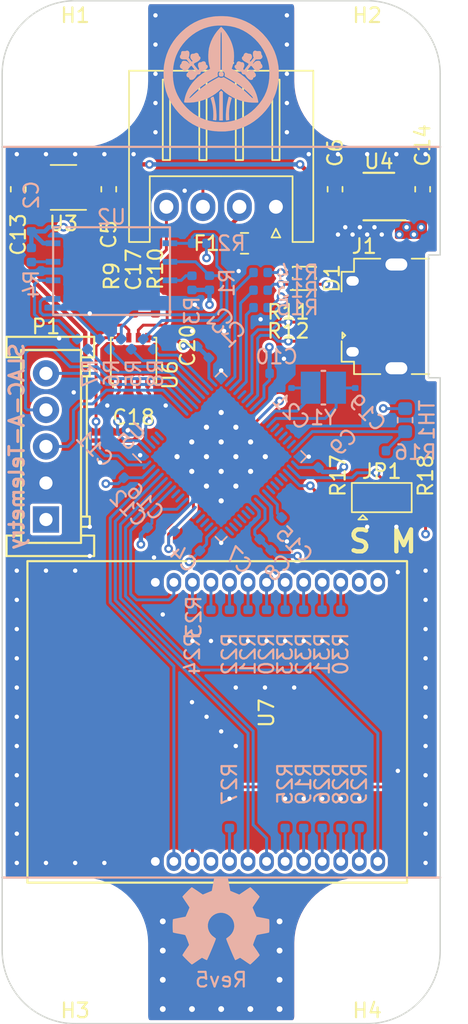
<source format=kicad_pcb>
(kicad_pcb (version 20171130) (host pcbnew "(5.1.4)-1")
  (layers (0 F.Cu signal) (1 POW.Cu power) (2 GND.Cu power) (31 B.Cu signal) (34 B.Paste user) (35 F.Paste user) (36 B.SilkS user) (37 F.SilkS user) (38 B.Mask user) (39 F.Mask user) (44 Edge.Cuts user))
  (net 0 "")
  (net 1 +3V3)
  (net 2 GND)
  (net 3 "Net-(C5-Pad1)")
  (net 4 +5V)
  (net 5 "Net-(C15-Pad2)")
  (net 6 "Net-(C16-Pad2)")
  (net 7 "Net-(C17-Pad1)")
  (net 8 "Net-(C19-Pad1)")
  (net 9 "Net-(C21-Pad1)")
  (net 10 "Net-(D1-Pad1)")
  (net 11 "Net-(D1-Pad2)")
  (net 12 "Net-(D1-Pad3)")
  (net 13 "Net-(J1-Pad2)")
  (net 14 "Net-(J1-Pad3)")
  (net 15 "Net-(P1-Pad3)")
  (net 16 "Net-(P1-Pad4)")
  (net 17 "Net-(P1-Pad5)")
  (net 18 "Net-(R1-Pad2)")
  (net 19 "Net-(R2-Pad2)")
  (net 20 "Net-(R3-Pad2)")
  (net 21 "Net-(R4-Pad2)")
  (net 22 /Flash-MISO)
  (net 23 /Flash-MOSI)
  (net 24 "Net-(R6-Pad1)")
  (net 25 "Net-(R7-Pad1)")
  (net 26 /Flash-SCLK)
  (net 27 /Flash-~CS)
  (net 28 "Net-(R9-Pad1)")
  (net 29 "Net-(R10-Pad2)")
  (net 30 "Net-(R11-Pad2)")
  (net 31 "Net-(R12-Pad2)")
  (net 32 /LED-R)
  (net 33 /LED-G)
  (net 34 /LED-B)
  (net 35 /CAN-TXD)
  (net 36 /CAN-RXD)
  (net 37 /CAN-STB)
  (net 38 "Net-(F1-Pad2)")
  (net 39 "Net-(JP1-Pad3)")
  (net 40 /Radio-Role)
  (net 41 "Net-(JP1-Pad1)")
  (net 42 /Thermistor)
  (net 43 "Net-(R19-Pad1)")
  (net 44 "Net-(R20-Pad1)")
  (net 45 "Net-(R21-Pad1)")
  (net 46 "Net-(R22-Pad1)")
  (net 47 "Net-(R23-Pad1)")
  (net 48 "Net-(R24-Pad1)")
  (net 49 "Net-(R25-Pad2)")
  (net 50 "Net-(R26-Pad2)")
  (net 51 "Net-(R27-Pad2)")
  (net 52 "Net-(R28-Pad2)")
  (net 53 "Net-(R29-Pad2)")
  (net 54 "Net-(R30-Pad2)")
  (net 55 "Net-(R31-Pad2)")
  (net 56 "Net-(R32-Pad2)")
  (net 57 "Net-(R33-Pad2)")
  (net 58 /Radio-Config)
  (net 59 /Radio-RXD)
  (net 60 /Radio-TXD)
  (net 61 /Radio-RTS)
  (net 62 /Radio-CTS)
  (net 63 /Radio-~RESET)
  (module VVV-KiCad-Logo:kamon (layer B.Cu) (at 115 100 180)
    (fp_text reference G*** hide)
    (fp_text value LOGO hide)
  )
  (module Symbol:OSHW-Symbol_6.7x6mm_SilkScreen (layer B.Cu) (at 115 158 180)
    (fp_text reference REF** hide)
    (fp_text value OSHW-Symbol_6.7x6mm_SilkScreen hide)
  )
  (module KUTKiCad_footprint:LED_LiteOn_LTST-C19HE1WT (layer F.Cu) (at 120.7 114 90)
    (fp_text reference D1 (at 0 1.9 90) (layer F.SilkS))
    (fp_text value LED_RGBA)
    (pad 3 smd rect (at 0.4 0.7 90) (size 0.55 0.6) (layers F.Cu F.Paste F.Mask) (net 12 "Net-(D1-Pad3)"))
    (pad 4 smd rect (at -0.4 0.7 90) (size 0.55 0.6) (layers F.Cu F.Paste F.Mask) (net 1 +3V3))
    (pad 2 smd rect (at 0.4 -0.7 90) (size 0.55 0.6) (layers F.Cu F.Paste F.Mask) (net 11 "Net-(D1-Pad2)"))
    (pad 1 smd rect (at -0.4 -0.7 90) (size 0.55 0.6) (layers F.Cu F.Paste F.Mask) (net 10 "Net-(D1-Pad1)"))
  )
  (module KUTKiCad_footprint:Hirose_ZX_ZX62D-B-5P8 (layer F.Cu) (at 127 116.6 90)
    (fp_text reference J1 (at 4.8 -2.2 180) (layer F.SilkS))
    (fp_text value USB_B_Micro)
    (pad 6 smd rect (at 1.15 0 90) (size 1.8 1.9) (layers F.Cu F.Paste F.Mask) (net 2 GND))
    (pad 6 smd rect (at -1.15 0 90) (size 1.8 1.9) (layers F.Cu F.Paste F.Mask) (net 2 GND))
    (pad 6 thru_hole rect (at 3.55 0 90) (size 2.1 1.9) (drill oval 0.825 1.5 (offset 0.1 0)) (layers *.Cu *.Mask) (net 2 GND))
    (pad 6 thru_hole rect (at -3.55 0 90) (size 2.1 1.9) (drill oval 0.825 1.5 (offset -0.1 0)) (layers *.Cu *.Mask) (net 2 GND))
    (pad 6 thru_hole oval (at 2.425 -3 90) (size 1.05 1.25) (drill oval 0.65 0.85) (layers *.Cu *.Mask) (net 2 GND))
    (pad 6 thru_hole oval (at -2.425 -3 90) (size 1.05 1.25) (drill oval 0.65 0.85) (layers *.Cu *.Mask) (net 2 GND))
    (pad 5 smd rect (at 1.3 -2.675 90) (size 0.4 1.35) (layers F.Cu F.Paste F.Mask) (net 2 GND))
    (pad 4 smd rect (at 0.65 -2.675 90) (size 0.4 1.35) (layers F.Cu F.Paste F.Mask))
    (pad 3 smd rect (at 0 -2.675 90) (size 0.4 1.35) (layers F.Cu F.Paste F.Mask) (net 14 "Net-(J1-Pad3)"))
    (pad 2 smd rect (at -0.65 -2.675 90) (size 0.4 1.35) (layers F.Cu F.Paste F.Mask) (net 13 "Net-(J1-Pad2)"))
    (pad 1 smd rect (at -1.3 -2.675 90) (size 0.4 1.35) (layers F.Cu F.Paste F.Mask))
  )
  (module Capacitor_SMD:C_0402_1005Metric (layer B.Cu) (at 114.5 119.1 45)
    (fp_text reference C1 (at 1.838478 0 45) (layer B.SilkS) (effects (justify mirror)))
    (fp_text value 0.1uF)
    (pad 1 smd roundrect (at -0.485 0 45) (size 0.59 0.64) (layers B.Cu B.Paste B.Mask) (net 1 +3V3))
    (pad 2 smd roundrect (at 0.485 0 45) (size 0.59 0.64) (layers B.Cu B.Paste B.Mask) (net 2 GND))
  )
  (module Capacitor_SMD:C_0402_1005Metric (layer B.Cu) (at 102 110.3 90)
    (fp_text reference C2 (at 2 0 90) (layer B.SilkS) (effects (justify mirror)))
    (fp_text value 0.1uF)
    (pad 2 smd roundrect (at 0.485 0 90) (size 0.59 0.64) (layers B.Cu B.Paste B.Mask) (net 2 GND))
    (pad 1 smd roundrect (at -0.485 0 90) (size 0.59 0.64) (layers B.Cu B.Paste B.Mask) (net 1 +3V3))
  )
  (module Capacitor_SMD:C_0402_1005Metric (layer B.Cu) (at 113.697053 118.302947 45)
    (fp_text reference C3 (at 1.913356 -0.070711 225) (layer B.SilkS) (effects (justify mirror)))
    (fp_text value 0.1uF)
    (pad 1 smd roundrect (at -0.485 0 45) (size 0.59 0.64) (layers B.Cu B.Paste B.Mask) (net 1 +3V3))
    (pad 2 smd roundrect (at 0.485 0 45) (size 0.59 0.64) (layers B.Cu B.Paste B.Mask) (net 2 GND))
  )
  (module Capacitor_SMD:C_0402_1005Metric (layer B.Cu) (at 113.2 132.3 135)
    (fp_text reference C4 (at -0.070711 -1.202082 135) (layer B.SilkS) (effects (justify mirror)))
    (fp_text value 0.1uF)
    (pad 2 smd roundrect (at 0.485 0 135) (size 0.59 0.64) (layers B.Cu B.Paste B.Mask) (net 2 GND))
    (pad 1 smd roundrect (at -0.485 0 135) (size 0.59 0.64) (layers B.Cu B.Paste B.Mask) (net 1 +3V3))
  )
  (module Capacitor_SMD:C_0603_1608Metric (layer F.Cu) (at 107.3 107.9 90)
    (fp_text reference C5 (at -3.1 0 270) (layer F.SilkS))
    (fp_text value 10uF)
    (pad 1 smd roundrect (at -0.7875 0 90) (size 0.875 0.95) (layers F.Cu F.Paste F.Mask) (net 3 "Net-(C5-Pad1)"))
    (pad 2 smd roundrect (at 0.7875 0 90) (size 0.875 0.95) (layers F.Cu F.Paste F.Mask) (net 2 GND))
  )
  (module Capacitor_SMD:C_0603_1608Metric (layer F.Cu) (at 122.8 107.9 90)
    (fp_text reference C6 (at 2.5 0 90) (layer F.SilkS))
    (fp_text value 10uF)
    (pad 2 smd roundrect (at 0.7875 0 90) (size 0.875 0.95) (layers F.Cu F.Paste F.Mask) (net 2 GND))
    (pad 1 smd roundrect (at -0.7875 0 90) (size 0.875 0.95) (layers F.Cu F.Paste F.Mask) (net 3 "Net-(C5-Pad1)"))
  )
  (module Capacitor_SMD:C_0402_1005Metric (layer B.Cu) (at 117.3 132.2 225)
    (fp_text reference C7 (at 1.555635 0 135) (layer B.SilkS) (effects (justify mirror)))
    (fp_text value 0.1uF)
    (pad 1 smd roundrect (at -0.485 0 225) (size 0.59 0.64) (layers B.Cu B.Paste B.Mask) (net 1 +3V3))
    (pad 2 smd roundrect (at 0.485 0 225) (size 0.59 0.64) (layers B.Cu B.Paste B.Mask) (net 2 GND))
  )
  (module Capacitor_SMD:C_0402_1005Metric (layer B.Cu) (at 118.057053 132.942947 225)
    (fp_text reference C8 (at 0.009974 -1.202082 45) (layer B.SilkS) (effects (justify mirror)))
    (fp_text value 0.1uF)
    (pad 1 smd roundrect (at -0.485 0 225) (size 0.59 0.64) (layers B.Cu B.Paste B.Mask) (net 1 +3V3))
    (pad 2 smd roundrect (at 0.485 0 225) (size 0.59 0.64) (layers B.Cu B.Paste B.Mask) (net 2 GND))
  )
  (module Capacitor_SMD:C_0402_1005Metric (layer B.Cu) (at 122 126.6 45)
    (fp_text reference C9 (at 1.979899 0 45) (layer B.SilkS) (effects (justify mirror)))
    (fp_text value 0.1uF)
    (pad 2 smd roundrect (at 0.485 0 45) (size 0.59 0.64) (layers B.Cu B.Paste B.Mask) (net 2 GND))
    (pad 1 smd roundrect (at -0.485 0 45) (size 0.59 0.64) (layers B.Cu B.Paste B.Mask) (net 1 +3V3))
  )
  (module Capacitor_SMD:C_0402_1005Metric (layer B.Cu) (at 118.8 120.5)
    (fp_text reference C10 (at 0 -1.14 180) (layer B.SilkS) (effects (justify mirror)))
    (fp_text value 1uF)
    (pad 1 smd roundrect (at -0.485 0) (size 0.59 0.64) (layers B.Cu B.Paste B.Mask) (net 1 +3V3))
    (pad 2 smd roundrect (at 0.485 0) (size 0.59 0.64) (layers B.Cu B.Paste B.Mask) (net 2 GND))
  )
  (module Capacitor_SMD:C_0402_1005Metric (layer B.Cu) (at 108 127.3 135)
    (fp_text reference C11 (at 2.347595 0 315) (layer B.SilkS) (effects (justify mirror)))
    (fp_text value 0.1uF)
    (pad 2 smd roundrect (at 0.485 0 135) (size 0.59 0.64) (layers B.Cu B.Paste B.Mask) (net 2 GND))
    (pad 1 smd roundrect (at -0.485 0 135) (size 0.59 0.64) (layers B.Cu B.Paste B.Mask) (net 1 +3V3))
  )
  (module Capacitor_SMD:C_0402_1005Metric (layer B.Cu) (at 110.3 131.4 315)
    (fp_text reference C12 (at -2.361737 0 135) (layer B.SilkS) (effects (justify mirror)))
    (fp_text value 1uF)
    (pad 2 smd roundrect (at 0.485 0 315) (size 0.59 0.64) (layers B.Cu B.Paste B.Mask) (net 2 GND))
    (pad 1 smd roundrect (at -0.485 0 315) (size 0.59 0.64) (layers B.Cu B.Paste B.Mask) (net 1 +3V3))
  )
  (module Capacitor_SMD:C_0603_1608Metric (layer F.Cu) (at 101.1 107.9 90)
    (fp_text reference C13 (at -3.1 0 270) (layer F.SilkS))
    (fp_text value 10uF)
    (pad 2 smd roundrect (at 0.7875 0 90) (size 0.875 0.95) (layers F.Cu F.Paste F.Mask) (net 2 GND))
    (pad 1 smd roundrect (at -0.7875 0 90) (size 0.875 0.95) (layers F.Cu F.Paste F.Mask) (net 4 +5V))
  )
  (module Capacitor_SMD:C_0603_1608Metric (layer F.Cu) (at 128.8 107.9 90)
    (fp_text reference C14 (at 3 0 90) (layer F.SilkS))
    (fp_text value 10uF)
    (pad 1 smd roundrect (at -0.7875 0 90) (size 0.875 0.95) (layers F.Cu F.Paste F.Mask) (net 1 +3V3))
    (pad 2 smd roundrect (at 0.7875 0 90) (size 0.875 0.95) (layers F.Cu F.Paste F.Mask) (net 2 GND))
  )
  (module Capacitor_SMD:C_0402_1005Metric (layer B.Cu) (at 118.8 130.7 45)
    (fp_text reference C15 (at -0.212132 1.909188 315) (layer B.SilkS) (effects (justify mirror)))
    (fp_text value 1uF)
    (pad 1 smd roundrect (at -0.485 0 45) (size 0.59 0.64) (layers B.Cu B.Paste B.Mask) (net 2 GND))
    (pad 2 smd roundrect (at 0.485 0 45) (size 0.59 0.64) (layers B.Cu B.Paste B.Mask) (net 5 "Net-(C15-Pad2)"))
  )
  (module Capacitor_SMD:C_0402_1005Metric (layer B.Cu) (at 111.46 130.96 315)
    (fp_text reference C16 (at -2.347595 0 135) (layer B.SilkS) (effects (justify mirror)))
    (fp_text value 1uF)
    (pad 1 smd roundrect (at -0.485 0 315) (size 0.59 0.64) (layers B.Cu B.Paste B.Mask) (net 2 GND))
    (pad 2 smd roundrect (at 0.485 0 315) (size 0.59 0.64) (layers B.Cu B.Paste B.Mask) (net 6 "Net-(C16-Pad2)"))
  )
  (module Capacitor_SMD:C_0402_1005Metric (layer F.Cu) (at 109 115.9 90)
    (fp_text reference C17 (at 2.5 0 90) (layer F.SilkS))
    (fp_text value 4.7nF)
    (pad 2 smd roundrect (at 0.485 0 90) (size 0.59 0.64) (layers F.Cu F.Paste F.Mask) (net 2 GND))
    (pad 1 smd roundrect (at -0.485 0 90) (size 0.59 0.64) (layers F.Cu F.Paste F.Mask) (net 7 "Net-(C17-Pad1)"))
  )
  (module Capacitor_SMD:C_0402_1005Metric (layer F.Cu) (at 109 122.4)
    (fp_text reference C18 (at 0 1.1) (layer F.SilkS))
    (fp_text value 0.1uF)
    (pad 2 smd roundrect (at 0.485 0) (size 0.59 0.64) (layers F.Cu F.Paste F.Mask) (net 4 +5V))
    (pad 1 smd roundrect (at -0.485 0) (size 0.59 0.64) (layers F.Cu F.Paste F.Mask) (net 2 GND))
  )
  (module Capacitor_SMD:C_0201_0603Metric (layer B.Cu) (at 124.5 121.5)
    (fp_text reference C19 (at 0.5 1.7 315) (layer B.SilkS) (effects (justify mirror)))
    (fp_text value 9pF)
    (pad 1 smd roundrect (at -0.32 0) (size 0.46 0.4) (layers B.Cu B.Mask) (net 8 "Net-(C19-Pad1)"))
    (pad 2 smd roundrect (at 0.32 0) (size 0.46 0.4) (layers B.Cu B.Mask) (net 2 GND))
  )
  (module Capacitor_SMD:C_0402_1005Metric (layer F.Cu) (at 111.4 118.6 270)
    (fp_text reference C20 (at 0 -1.3 90) (layer F.SilkS))
    (fp_text value 0.1uF)
    (pad 1 smd roundrect (at -0.485 0 270) (size 0.59 0.64) (layers F.Cu F.Paste F.Mask) (net 1 +3V3))
    (pad 2 smd roundrect (at 0.485 0 270) (size 0.59 0.64) (layers F.Cu F.Paste F.Mask) (net 2 GND))
  )
  (module Capacitor_SMD:C_0201_0603Metric (layer B.Cu) (at 119.5 121.5 180)
    (fp_text reference C21 (at -0.3 -1.6 135) (layer B.SilkS) (effects (justify mirror)))
    (fp_text value 9pF)
    (pad 2 smd roundrect (at 0.32 0 180) (size 0.46 0.4) (layers B.Cu B.Mask) (net 2 GND))
    (pad 1 smd roundrect (at -0.32 0 180) (size 0.46 0.4) (layers B.Cu B.Mask) (net 9 "Net-(C21-Pad1)"))
  )
  (module Fuse:Fuse_0805_2012Metric (layer F.Cu) (at 116.6 111.6 180)
    (fp_text reference F1 (at 2.6 0) (layer F.SilkS))
    (fp_text value Polyfuse)
    (pad 1 smd roundrect (at -0.9375 0 180) (size 0.975 1.4) (layers F.Cu F.Paste F.Mask) (net 3 "Net-(C5-Pad1)"))
    (pad 2 smd roundrect (at 0.9375 0 180) (size 0.975 1.4) (layers F.Cu F.Paste F.Mask) (net 38 "Net-(F1-Pad2)"))
  )
  (module MountingHole:MountingHole_3.2mm_M3 (layer F.Cu) (at 105 100)
    (fp_text reference H1 (at 0 -4) (layer F.SilkS))
    (fp_text value MountingHole)
    (pad 1 np_thru_hole circle (at 0 0) (size 3.2 3.2) (drill 3.2) (layers *.Cu *.Mask))
  )
  (module MountingHole:MountingHole_3.2mm_M3 (layer F.Cu) (at 125 100)
    (fp_text reference H2 (at 0 -4) (layer F.SilkS))
    (fp_text value MountingHole)
    (pad 1 np_thru_hole circle (at 0 0) (size 3.2 3.2) (drill 3.2) (layers *.Cu *.Mask))
  )
  (module MountingHole:MountingHole_3.2mm_M3 (layer F.Cu) (at 105 160)
    (fp_text reference H3 (at 0 4.1) (layer F.SilkS))
    (fp_text value MountingHole)
    (pad 1 np_thru_hole circle (at 0 0) (size 3.2 3.2) (drill 3.2) (layers *.Cu *.Mask))
  )
  (module MountingHole:MountingHole_3.2mm_M3 (layer F.Cu) (at 125 160)
    (fp_text reference H4 (at 0 4.1) (layer F.SilkS))
    (fp_text value MountingHole)
    (pad 1 np_thru_hole circle (at 0 0) (size 3.2 3.2) (drill 3.2) (layers *.Cu *.Mask))
  )
  (module KUTKiCad_footprint:JST_JQ_05JQ-BT_1x05_P2.5mm_Vertical (layer F.Cu) (at 103 130.5 270)
    (fp_text reference P1 (at -13.2 0 180) (layer F.SilkS))
    (fp_text value KRC_Conn_SWD)
    (pad 1 thru_hole rect (at 0 0 270) (size 1.8 1.8) (drill 0.9) (layers *.Cu *.Mask))
    (pad 2 thru_hole circle (at -2.5 0 270) (size 1.8 1.8) (drill 0.9) (layers *.Cu *.Mask) (net 2 GND))
    (pad 3 thru_hole circle (at -5 0 270) (size 1.8 1.8) (drill 0.9) (layers *.Cu *.Mask) (net 15 "Net-(P1-Pad3)"))
    (pad 4 thru_hole circle (at -7.5 0 270) (size 1.8 1.8) (drill 0.9) (layers *.Cu *.Mask) (net 16 "Net-(P1-Pad4)"))
    (pad 5 thru_hole circle (at -10 0 270) (size 1.8 1.8) (drill 0.9) (layers *.Cu *.Mask) (net 17 "Net-(P1-Pad5)"))
  )
  (module Resistor_SMD:R_0402_1005Metric (layer B.Cu) (at 114.2 114.3 90)
    (fp_text reference R1 (at 0 1.2 90) (layer B.SilkS) (effects (justify mirror)))
    (fp_text value 4.7kΩ)
    (pad 2 smd roundrect (at 0.485 0 90) (size 0.59 0.64) (layers B.Cu B.Paste B.Mask) (net 18 "Net-(R1-Pad2)"))
    (pad 1 smd roundrect (at -0.485 0 90) (size 0.59 0.64) (layers B.Cu B.Paste B.Mask) (net 1 +3V3))
  )
  (module Resistor_SMD:R_0402_1005Metric (layer B.Cu) (at 113.5 111.6 180)
    (fp_text reference R2 (at -2.2 0) (layer B.SilkS) (effects (justify mirror)))
    (fp_text value 4.7kΩ)
    (pad 2 smd roundrect (at 0.485 0 180) (size 0.59 0.64) (layers B.Cu B.Paste B.Mask) (net 19 "Net-(R2-Pad2)"))
    (pad 1 smd roundrect (at -0.485 0 180) (size 0.59 0.64) (layers B.Cu B.Paste B.Mask) (net 1 +3V3))
  )
  (module Resistor_SMD:R_0402_1005Metric (layer B.Cu) (at 113 114.305 90)
    (fp_text reference R3 (at -1.905 0 90) (layer B.SilkS) (effects (justify mirror)))
    (fp_text value 4.7kΩ)
    (pad 1 smd roundrect (at -0.485 0 90) (size 0.59 0.64) (layers B.Cu B.Paste B.Mask) (net 1 +3V3))
    (pad 2 smd roundrect (at 0.485 0 90) (size 0.59 0.64) (layers B.Cu B.Paste B.Mask) (net 20 "Net-(R3-Pad2)"))
  )
  (module Resistor_SMD:R_0402_1005Metric (layer B.Cu) (at 102 112.4 270)
    (fp_text reference R4 (at 2 0 90) (layer B.SilkS) (effects (justify mirror)))
    (fp_text value 4.7kΩ)
    (pad 2 smd roundrect (at 0.485 0 270) (size 0.59 0.64) (layers B.Cu B.Paste B.Mask) (net 21 "Net-(R4-Pad2)"))
    (pad 1 smd roundrect (at -0.485 0 270) (size 0.59 0.64) (layers B.Cu B.Paste B.Mask) (net 1 +3V3))
  )
  (module Resistor_SMD:R_0402_1005Metric (layer B.Cu) (at 108.5 118.5 315)
    (fp_text reference R5 (at 1.767767 1.06066 270) (layer B.SilkS) (effects (justify mirror)))
    (fp_text value 22Ω)
    (pad 1 smd roundrect (at -0.485 0 315) (size 0.59 0.64) (layers B.Cu B.Paste B.Mask) (net 18 "Net-(R1-Pad2)"))
    (pad 2 smd roundrect (at 0.485 0 315) (size 0.59 0.64) (layers B.Cu B.Paste B.Mask) (net 22 /Flash-MISO))
  )
  (module Resistor_SMD:R_0402_1005Metric (layer B.Cu) (at 107.01 118.5 315)
    (fp_text reference R6 (at 1.760696 1.067731 270) (layer B.SilkS) (effects (justify mirror)))
    (fp_text value 22Ω)
    (pad 2 smd roundrect (at 0.485 0 315) (size 0.59 0.64) (layers B.Cu B.Paste B.Mask) (net 23 /Flash-MOSI))
    (pad 1 smd roundrect (at -0.485 0 315) (size 0.59 0.64) (layers B.Cu B.Paste B.Mask) (net 24 "Net-(R6-Pad1)"))
  )
  (module Resistor_SMD:R_0402_1005Metric (layer B.Cu) (at 105.5 118.5 315)
    (fp_text reference R7 (at 1.767767 1.06066 90) (layer B.SilkS) (effects (justify mirror)))
    (fp_text value 22Ω)
    (pad 1 smd roundrect (at -0.485 0 315) (size 0.59 0.64) (layers B.Cu B.Paste B.Mask) (net 25 "Net-(R7-Pad1)"))
    (pad 2 smd roundrect (at 0.485 0 315) (size 0.59 0.64) (layers B.Cu B.Paste B.Mask) (net 26 /Flash-SCLK))
  )
  (module Resistor_SMD:R_0402_1005Metric (layer B.Cu) (at 110 118.5 315)
    (fp_text reference R8 (at 1.767767 1.06066 270) (layer B.SilkS) (effects (justify mirror)))
    (fp_text value 22Ω)
    (pad 1 smd roundrect (at -0.485 0 315) (size 0.59 0.64) (layers B.Cu B.Paste B.Mask) (net 19 "Net-(R2-Pad2)"))
    (pad 2 smd roundrect (at 0.485 0 315) (size 0.59 0.64) (layers B.Cu B.Paste B.Mask) (net 27 /Flash-~CS))
  )
  (module Resistor_SMD:R_0402_1005Metric (layer F.Cu) (at 107.5 115.9 270)
    (fp_text reference R9 (at -2.05 0 90) (layer F.SilkS))
    (fp_text value 56Ω)
    (pad 1 smd roundrect (at -0.485 0 270) (size 0.59 0.64) (layers F.Cu F.Paste F.Mask) (net 28 "Net-(R9-Pad1)"))
    (pad 2 smd roundrect (at 0.485 0 270) (size 0.59 0.64) (layers F.Cu F.Paste F.Mask) (net 7 "Net-(C17-Pad1)"))
  )
  (module Resistor_SMD:R_0402_1005Metric (layer F.Cu) (at 110.5 115.9 90)
    (fp_text reference R10 (at 2.55 0 90) (layer F.SilkS))
    (fp_text value 56Ω)
    (pad 1 smd roundrect (at -0.485 0 90) (size 0.59 0.64) (layers F.Cu F.Paste F.Mask) (net 7 "Net-(C17-Pad1)"))
    (pad 2 smd roundrect (at 0.485 0 90) (size 0.59 0.64) (layers F.Cu F.Paste F.Mask) (net 29 "Net-(R10-Pad2)"))
  )
  (module Resistor_SMD:R_0402_1005Metric (layer F.Cu) (at 122 116.3 180)
    (fp_text reference R11 (at 2.4 0) (layer F.SilkS))
    (fp_text value 22Ω)
    (pad 2 smd roundrect (at 0.485 0 180) (size 0.59 0.64) (layers F.Cu F.Paste F.Mask) (net 30 "Net-(R11-Pad2)"))
    (pad 1 smd roundrect (at -0.485 0 180) (size 0.59 0.64) (layers F.Cu F.Paste F.Mask) (net 14 "Net-(J1-Pad3)"))
  )
  (module Resistor_SMD:R_0402_1005Metric (layer F.Cu) (at 122 117.6 180)
    (fp_text reference R12 (at 2.4 0) (layer F.SilkS))
    (fp_text value 22Ω)
    (pad 1 smd roundrect (at -0.485 0 180) (size 0.59 0.64) (layers F.Cu F.Paste F.Mask) (net 13 "Net-(J1-Pad2)"))
    (pad 2 smd roundrect (at 0.485 0 180) (size 0.59 0.64) (layers F.Cu F.Paste F.Mask) (net 31 "Net-(R12-Pad2)"))
  )
  (module Resistor_SMD:R_0402_1005Metric (layer B.Cu) (at 117.7 114.81 180)
    (fp_text reference R13 (at -2.52 0.01) (layer B.SilkS) (effects (justify mirror)))
    (fp_text value 1.5kΩ)
    (pad 1 smd roundrect (at -0.485 0 180) (size 0.59 0.64) (layers B.Cu B.Paste B.Mask) (net 10 "Net-(D1-Pad1)"))
    (pad 2 smd roundrect (at 0.485 0 180) (size 0.59 0.64) (layers B.Cu B.Paste B.Mask) (net 32 /LED-R))
  )
  (module Resistor_SMD:R_0402_1005Metric (layer B.Cu) (at 117.7 113.6 180)
    (fp_text reference R14 (at -2.52 0) (layer B.SilkS) (effects (justify mirror)))
    (fp_text value 820Ω)
    (pad 2 smd roundrect (at 0.485 0 180) (size 0.59 0.64) (layers B.Cu B.Paste B.Mask) (net 33 /LED-G))
    (pad 1 smd roundrect (at -0.485 0 180) (size 0.59 0.64) (layers B.Cu B.Paste B.Mask) (net 11 "Net-(D1-Pad2)"))
  )
  (module Resistor_SMD:R_0402_1005Metric (layer B.Cu) (at 117.7 116 180)
    (fp_text reference R15 (at -2.53 0) (layer B.SilkS) (effects (justify mirror)))
    (fp_text value 820Ω)
    (pad 2 smd roundrect (at 0.485 0 180) (size 0.59 0.64) (layers B.Cu B.Paste B.Mask) (net 34 /LED-B))
    (pad 1 smd roundrect (at -0.485 0 180) (size 0.59 0.64) (layers B.Cu B.Paste B.Mask) (net 12 "Net-(D1-Pad3)"))
  )
  (module Connector_JST:JST_XH_S4B-XH-A_1x04_P2.50mm_Horizontal (layer F.Cu) (at 118.75 109.1 180)
    (fp_text reference U1 (at 3.75 10.3) (layer F.SilkS))
    (fp_text value KRC_Conn_CAN)
    (pad 1 thru_hole roundrect (at 0 0 180) (size 1.7 1.95) (drill 0.95) (layers *.Cu *.Mask) (roundrect_rratio 0.147059) (net 2 GND))
    (pad 2 thru_hole oval (at 2.5 0 180) (size 1.7 1.95) (drill 0.95) (layers *.Cu *.Mask) (net 38 "Net-(F1-Pad2)"))
    (pad 3 thru_hole oval (at 5 0 180) (size 1.7 1.95) (drill 0.95) (layers *.Cu *.Mask) (net 28 "Net-(R9-Pad1)"))
    (pad 4 thru_hole oval (at 7.5 0 180) (size 1.7 1.95) (drill 0.95) (layers *.Cu *.Mask) (net 29 "Net-(R10-Pad2)"))
  )
  (module KUTKiCad_footprint:WSON-8_8x6mm_P1.27mm (layer B.Cu) (at 107.49 113.5 180)
    (fp_text reference U2 (at 0 3.7) (layer B.SilkS) (effects (justify mirror)))
    (fp_text value W25N01GVxxIG-IT)
    (pad 4 smd rect (at -4 -1.905 180) (size 1 0.4) (layers B.Cu B.Paste B.Mask) (net 2 GND))
    (pad 6 smd rect (at 4 -0.635 180) (size 1 0.4) (layers B.Cu B.Paste B.Mask) (net 25 "Net-(R7-Pad1)"))
    (pad 7 smd rect (at 4 0.635 180) (size 1 0.4) (layers B.Cu B.Paste B.Mask) (net 21 "Net-(R4-Pad2)"))
    (pad 2 smd rect (at -4 0.635 180) (size 1 0.4) (layers B.Cu B.Paste B.Mask) (net 18 "Net-(R1-Pad2)"))
    (pad 5 smd rect (at 4 -1.905 180) (size 1 0.4) (layers B.Cu B.Paste B.Mask) (net 24 "Net-(R6-Pad1)"))
    (pad 8 smd rect (at 4 1.905 180) (size 1 0.4) (layers B.Cu B.Paste B.Mask) (net 1 +3V3))
    (pad 9 smd rect (at 0 0 180) (size 4.7 4.6) (layers B.Cu B.Paste B.Mask) (net 2 GND))
    (pad 3 smd rect (at -4 -0.635 180) (size 1 0.4) (layers B.Cu B.Paste B.Mask) (net 20 "Net-(R3-Pad2)"))
    (pad 1 smd rect (at -4 1.905 180) (size 1 0.4) (layers B.Cu B.Paste B.Mask) (net 19 "Net-(R2-Pad2)"))
  )
  (module Package_TO_SOT_SMD:TSOT-23-5 (layer F.Cu) (at 104.2 107.8 180)
    (fp_text reference U3 (at 0 -2.45) (layer F.SilkS))
    (fp_text value LT1761-5)
    (pad 1 smd rect (at -1.31 -0.95 180) (size 1.22 0.65) (layers F.Cu F.Paste F.Mask) (net 3 "Net-(C5-Pad1)"))
    (pad 2 smd rect (at -1.31 0 180) (size 1.22 0.65) (layers F.Cu F.Paste F.Mask) (net 2 GND))
    (pad 3 smd rect (at -1.31 0.95 180) (size 1.22 0.65) (layers F.Cu F.Paste F.Mask) (net 3 "Net-(C5-Pad1)"))
    (pad 4 smd rect (at 1.31 0.95 180) (size 1.22 0.65) (layers F.Cu F.Paste F.Mask))
    (pad 5 smd rect (at 1.31 -0.95 180) (size 1.22 0.65) (layers F.Cu F.Paste F.Mask) (net 4 +5V))
  )
  (module Package_DFN_QFN:DFN-8-1EP_3x3mm_P0.5mm_EP1.66x2.38mm (layer F.Cu) (at 125.8 108.4 180)
    (fp_text reference U4 (at 0 2.4) (layer F.SilkS))
    (fp_text value LT1965xDD-3.3)
    (pad 1 smd rect (at -1.4 -0.75 180) (size 0.7 0.25) (layers F.Cu F.Paste F.Mask) (net 1 +3V3))
    (pad 2 smd rect (at -1.4 -0.25 180) (size 0.7 0.25) (layers F.Cu F.Paste F.Mask) (net 1 +3V3))
    (pad 3 smd rect (at -1.4 0.25 180) (size 0.7 0.25) (layers F.Cu F.Paste F.Mask) (net 1 +3V3))
    (pad 4 smd rect (at -1.4 0.75 180) (size 0.7 0.25) (layers F.Cu F.Paste F.Mask) (net 2 GND))
    (pad 5 smd rect (at 1.4 0.75 180) (size 0.7 0.25) (layers F.Cu F.Paste F.Mask) (net 2 GND))
    (pad 6 smd rect (at 1.4 0.25 180) (size 0.7 0.25) (layers F.Cu F.Paste F.Mask) (net 3 "Net-(C5-Pad1)"))
    (pad 7 smd rect (at 1.4 -0.25 180) (size 0.7 0.25) (layers F.Cu F.Paste F.Mask) (net 3 "Net-(C5-Pad1)"))
    (pad 8 smd rect (at 1.4 -0.75 180) (size 0.7 0.25) (layers F.Cu F.Paste F.Mask) (net 3 "Net-(C5-Pad1)"))
    (pad 9 smd rect (at 0 0 180) (size 1.66 2.38) (layers F.Cu F.Mask) (net 2 GND))
  )
  (module KUTKiCad_footprint:Cypress_QFN-68_EP_8x8_Pitch0.4mm (layer B.Cu) (at 115 126.2 315)
    (fp_text reference U5 (at -5.303301 3.323402 225) (layer B.SilkS) (effects (justify mirror)))
    (fp_text value CY8C58xxLTI-LPxxx)
    (pad 1 smd oval (at -4 3.2 225) (size 0.2 0.8) (layers B.Cu B.Paste B.Mask) (net 35 /CAN-TXD))
    (pad 2 smd oval (at -4 2.8 225) (size 0.2 0.8) (layers B.Cu B.Paste B.Mask) (net 36 /CAN-RXD))
    (pad 3 smd oval (at -4 2.4 225) (size 0.2 0.8) (layers B.Cu B.Paste B.Mask))
    (pad 4 smd oval (at -4 2 225) (size 0.2 0.8) (layers B.Cu B.Paste B.Mask))
    (pad 5 smd oval (at -4 1.6 225) (size 0.2 0.8) (layers B.Cu B.Paste B.Mask) (net 2 GND))
    (pad 6 smd oval (at -4 1.2 225) (size 0.2 0.8) (layers B.Cu B.Paste B.Mask) (net 2 GND))
    (pad 7 smd oval (at -4 0.8 225) (size 0.2 0.8) (layers B.Cu B.Paste B.Mask) (net 2 GND))
    (pad 8 smd oval (at -4 0.4 225) (size 0.2 0.8) (layers B.Cu B.Paste B.Mask) (net 2 GND))
    (pad 9 smd oval (at -4 0 225) (size 0.2 0.8) (layers B.Cu B.Paste B.Mask) (net 2 GND))
    (pad 10 smd oval (at -4 -0.4 225) (size 0.2 0.8) (layers B.Cu B.Paste B.Mask) (net 15 "Net-(P1-Pad3)"))
    (pad 11 smd oval (at -4 -0.8 225) (size 0.2 0.8) (layers B.Cu B.Paste B.Mask) (net 17 "Net-(P1-Pad5)"))
    (pad 12 smd oval (at -4 -1.2 225) (size 0.2 0.8) (layers B.Cu B.Paste B.Mask) (net 16 "Net-(P1-Pad4)"))
    (pad 13 smd oval (at -4 -1.6 225) (size 0.2 0.8) (layers B.Cu B.Paste B.Mask) (net 26 /Flash-SCLK))
    (pad 14 smd oval (at -4 -2 225) (size 0.2 0.8) (layers B.Cu B.Paste B.Mask) (net 23 /Flash-MOSI))
    (pad 15 smd oval (at -4 -2.4 225) (size 0.2 0.8) (layers B.Cu B.Paste B.Mask) (net 22 /Flash-MISO))
    (pad 16 smd oval (at -4 -2.8 225) (size 0.2 0.8) (layers B.Cu B.Paste B.Mask) (net 27 /Flash-~CS))
    (pad 17 smd oval (at -4 -3.2 225) (size 0.2 0.8) (layers B.Cu B.Paste B.Mask) (net 1 +3V3))
    (pad 18 smd oval (at -3.2 -4 315) (size 0.2 0.8) (layers B.Cu B.Paste B.Mask) (net 33 /LED-G))
    (pad 19 smd oval (at -2.8 -4 315) (size 0.2 0.8) (layers B.Cu B.Paste B.Mask) (net 32 /LED-R))
    (pad 20 smd oval (at -2.4 -4 315) (size 0.2 0.8) (layers B.Cu B.Paste B.Mask) (net 34 /LED-B))
    (pad 21 smd oval (at -2 -4 315) (size 0.2 0.8) (layers B.Cu B.Paste B.Mask))
    (pad 22 smd oval (at -1.6 -4 315) (size 0.2 0.8) (layers B.Cu B.Paste B.Mask) (net 30 "Net-(R11-Pad2)"))
    (pad 23 smd oval (at -1.2 -4 315) (size 0.2 0.8) (layers B.Cu B.Paste B.Mask) (net 31 "Net-(R12-Pad2)"))
    (pad 24 smd oval (at -0.8 -4 315) (size 0.2 0.8) (layers B.Cu B.Paste B.Mask) (net 1 +3V3))
    (pad 25 smd oval (at -0.4 -4 315) (size 0.2 0.8) (layers B.Cu B.Paste B.Mask) (net 2 GND))
    (pad 26 smd oval (at 0 -4 315) (size 0.2 0.8) (layers B.Cu B.Paste B.Mask) (net 6 "Net-(C16-Pad2)"))
    (pad 27 smd oval (at 0.4 -4 315) (size 0.2 0.8) (layers B.Cu B.Paste B.Mask) (net 9 "Net-(C21-Pad1)"))
    (pad 28 smd oval (at 0.8 -4 315) (size 0.2 0.8) (layers B.Cu B.Paste B.Mask) (net 8 "Net-(C19-Pad1)"))
    (pad 29 smd oval (at 1.2 -4 315) (size 0.2 0.8) (layers B.Cu B.Paste B.Mask))
    (pad 30 smd oval (at 1.6 -4 315) (size 0.2 0.8) (layers B.Cu B.Paste B.Mask))
    (pad 31 smd oval (at 2 -4 315) (size 0.2 0.8) (layers B.Cu B.Paste B.Mask))
    (pad 32 smd oval (at 2.4 -4 315) (size 0.2 0.8) (layers B.Cu B.Paste B.Mask))
    (pad 33 smd oval (at 2.8 -4 315) (size 0.2 0.8) (layers B.Cu B.Paste B.Mask))
    (pad 34 smd oval (at 3.2 -4 315) (size 0.2 0.8) (layers B.Cu B.Paste B.Mask) (net 42 /Thermistor))
    (pad 35 smd oval (at 4 -3.2 225) (size 0.2 0.8) (layers B.Cu B.Paste B.Mask) (net 1 +3V3))
    (pad 36 smd oval (at 4 -2.8 225) (size 0.2 0.8) (layers B.Cu B.Paste B.Mask) (net 40 /Radio-Role))
    (pad 37 smd oval (at 4 -2.4 225) (size 0.2 0.8) (layers B.Cu B.Paste B.Mask) (net 58 /Radio-Config))
    (pad 38 smd oval (at 4 -2 225) (size 0.2 0.8) (layers B.Cu B.Paste B.Mask))
    (pad 39 smd oval (at 4 -1.6 225) (size 0.2 0.8) (layers B.Cu B.Paste B.Mask))
    (pad 40 smd oval (at 4 -1.2 225) (size 0.2 0.8) (layers B.Cu B.Paste B.Mask))
    (pad 41 smd oval (at 4 -0.8 225) (size 0.2 0.8) (layers B.Cu B.Paste B.Mask))
    (pad 42 smd oval (at 4 -0.4 225) (size 0.2 0.8) (layers B.Cu B.Paste B.Mask) (net 5 "Net-(C15-Pad2)"))
    (pad 43 smd oval (at 4 0 225) (size 0.2 0.8) (layers B.Cu B.Paste B.Mask) (net 2 GND))
    (pad 44 smd oval (at 4 0.4 225) (size 0.2 0.8) (layers B.Cu B.Paste B.Mask) (net 1 +3V3))
    (pad 45 smd oval (at 4 0.8 225) (size 0.2 0.8) (layers B.Cu B.Paste B.Mask) (net 2 GND))
    (pad 46 smd oval (at 4 1.2 225) (size 0.2 0.8) (layers B.Cu B.Paste B.Mask))
    (pad 47 smd oval (at 4 1.6 225) (size 0.2 0.8) (layers B.Cu B.Paste B.Mask))
    (pad 48 smd oval (at 4 2 225) (size 0.2 0.8) (layers B.Cu B.Paste B.Mask))
    (pad 49 smd oval (at 4 2.4 225) (size 0.2 0.8) (layers B.Cu B.Paste B.Mask))
    (pad 50 smd oval (at 4 2.8 225) (size 0.2 0.8) (layers B.Cu B.Paste B.Mask))
    (pad 51 smd oval (at 4 3.2 225) (size 0.2 0.8) (layers B.Cu B.Paste B.Mask))
    (pad 52 smd oval (at 3.2 4 315) (size 0.2 0.8) (layers B.Cu B.Paste B.Mask) (net 1 +3V3))
    (pad 53 smd oval (at 2.8 4 315) (size 0.2 0.8) (layers B.Cu B.Paste B.Mask))
    (pad 54 smd oval (at 2.4 4 315) (size 0.2 0.8) (layers B.Cu B.Paste B.Mask))
    (pad 55 smd oval (at 2 4 315) (size 0.2 0.8) (layers B.Cu B.Paste B.Mask))
    (pad 56 smd oval (at 1.6 4 315) (size 0.2 0.8) (layers B.Cu B.Paste B.Mask))
    (pad 57 smd oval (at 1.2 4 315) (size 0.2 0.8) (layers B.Cu B.Paste B.Mask) (net 6 "Net-(C16-Pad2)"))
    (pad 58 smd oval (at 0.8 4 315) (size 0.2 0.8) (layers B.Cu B.Paste B.Mask) (net 2 GND))
    (pad 59 smd oval (at 0.4 4 315) (size 0.2 0.8) (layers B.Cu B.Paste B.Mask) (net 1 +3V3))
    (pad 60 smd oval (at 0 4 315) (size 0.2 0.8) (layers B.Cu B.Paste B.Mask))
    (pad 61 smd oval (at -0.4 4 315) (size 0.2 0.8) (layers B.Cu B.Paste B.Mask))
    (pad 62 smd oval (at -0.8 4 315) (size 0.2 0.8) (layers B.Cu B.Paste B.Mask) (net 59 /Radio-RXD))
    (pad 63 smd oval (at -1.2 4 315) (size 0.2 0.8) (layers B.Cu B.Paste B.Mask) (net 60 /Radio-TXD))
    (pad 64 smd oval (at -1.6 4 315) (size 0.2 0.8) (layers B.Cu B.Paste B.Mask) (net 61 /Radio-RTS))
    (pad 65 smd oval (at -2 4 315) (size 0.2 0.8) (layers B.Cu B.Paste B.Mask) (net 62 /Radio-CTS))
    (pad 66 smd oval (at -2.4 4 315) (size 0.2 0.8) (layers B.Cu B.Paste B.Mask) (net 63 /Radio-~RESET))
    (pad 67 smd oval (at -2.8 4 315) (size 0.2 0.8) (layers B.Cu B.Paste B.Mask) (net 1 +3V3))
    (pad 68 smd oval (at -3.2 4 315) (size 0.2 0.8) (layers B.Cu B.Paste B.Mask) (net 37 /CAN-STB))
    (pad 69 smd rect (at -2.1375 2.1375 315) (size 1.425 1.425) (layers B.Cu B.Paste B.Mask) (net 2 GND))
    (pad 69 smd rect (at -2.1375 0.7125 315) (size 1.425 1.425) (layers B.Cu B.Paste B.Mask) (net 2 GND))
    (pad 69 smd rect (at -2.1375 -0.7125 315) (size 1.425 1.425) (layers B.Cu B.Paste B.Mask) (net 2 GND))
    (pad 69 smd rect (at -2.1375 -2.1375 315) (size 1.425 1.425) (layers B.Cu B.Paste B.Mask) (net 2 GND))
    (pad 69 smd rect (at -0.7125 2.1375 315) (size 1.425 1.425) (layers B.Cu B.Paste B.Mask) (net 2 GND))
    (pad 69 smd rect (at -0.7125 0.7125 315) (size 1.425 1.425) (layers B.Cu B.Paste B.Mask) (net 2 GND))
    (pad 69 smd rect (at -0.7125 -0.7125 315) (size 1.425 1.425) (layers B.Cu B.Paste B.Mask) (net 2 GND))
    (pad 69 smd rect (at -0.7125 -2.1375 315) (size 1.425 1.425) (layers B.Cu B.Paste B.Mask) (net 2 GND))
    (pad 69 smd rect (at 0.7125 2.1375 315) (size 1.425 1.425) (layers B.Cu B.Paste B.Mask) (net 2 GND))
    (pad 69 smd rect (at 0.7125 0.7125 315) (size 1.425 1.425) (layers B.Cu B.Paste B.Mask) (net 2 GND))
    (pad 69 smd rect (at 0.7125 -0.7125 315) (size 1.425 1.425) (layers B.Cu B.Paste B.Mask) (net 2 GND))
    (pad 69 smd rect (at 0.7125 -2.1375 315) (size 1.425 1.425) (layers B.Cu B.Paste B.Mask) (net 2 GND))
    (pad 69 smd rect (at 2.1375 2.1375 315) (size 1.425 1.425) (layers B.Cu B.Paste B.Mask) (net 2 GND))
    (pad 69 smd rect (at 2.1375 0.7125 315) (size 1.425 1.425) (layers B.Cu B.Paste B.Mask) (net 2 GND))
    (pad 69 smd rect (at 2.1375 -0.7125 315) (size 1.425 1.425) (layers B.Cu B.Paste B.Mask) (net 2 GND))
    (pad 69 smd rect (at 2.1375 -2.1375 315) (size 1.425 1.425) (layers B.Cu B.Paste B.Mask) (net 2 GND))
    (pad 69 thru_hole circle (at -2.1375 2.1375 315) (size 0.7125 0.7125) (drill 0.35625) (layers *.Cu *.Mask) (net 2 GND))
    (pad 69 thru_hole circle (at -2.1375 0.7125 315) (size 0.7125 0.7125) (drill 0.35625) (layers *.Cu *.Mask) (net 2 GND))
    (pad 69 thru_hole circle (at -2.1375 -0.7125 315) (size 0.7125 0.7125) (drill 0.35625) (layers *.Cu *.Mask) (net 2 GND))
    (pad 69 thru_hole circle (at -2.1375 -2.1375 315) (size 0.7125 0.7125) (drill 0.35625) (layers *.Cu *.Mask) (net 2 GND))
    (pad 69 thru_hole circle (at -0.7125 2.1375 315) (size 0.7125 0.7125) (drill 0.35625) (layers *.Cu *.Mask) (net 2 GND))
    (pad 69 thru_hole circle (at -0.7125 0.7125 315) (size 0.7125 0.7125) (drill 0.35625) (layers *.Cu *.Mask) (net 2 GND))
    (pad 69 thru_hole circle (at -0.7125 -0.7125 315) (size 0.7125 0.7125) (drill 0.35625) (layers *.Cu *.Mask) (net 2 GND))
    (pad 69 thru_hole circle (at -0.7125 -2.1375 315) (size 0.7125 0.7125) (drill 0.35625) (layers *.Cu *.Mask) (net 2 GND))
    (pad 69 thru_hole circle (at 0.7125 2.1375 315) (size 0.7125 0.7125) (drill 0.35625) (layers *.Cu *.Mask) (net 2 GND))
    (pad 69 thru_hole circle (at 0.7125 0.7125 315) (size 0.7125 0.7125) (drill 0.35625) (layers *.Cu *.Mask) (net 2 GND))
    (pad 69 thru_hole circle (at 0.7125 -0.7125 315) (size 0.7125 0.7125) (drill 0.35625) (layers *.Cu *.Mask) (net 2 GND))
    (pad 69 thru_hole circle (at 0.7125 -2.1375 315) (size 0.7125 0.7125) (drill 0.35625) (layers *.Cu *.Mask) (net 2 GND))
    (pad 69 thru_hole circle (at 2.1375 2.1375 315) (size 0.7125 0.7125) (drill 0.35625) (layers *.Cu *.Mask) (net 2 GND))
    (pad 69 thru_hole circle (at 2.1375 0.7125 315) (size 0.7125 0.7125) (drill 0.35625) (layers *.Cu *.Mask) (net 2 GND))
    (pad 69 thru_hole circle (at 2.1375 -0.7125 315) (size 0.7125 0.7125) (drill 0.35625) (layers *.Cu *.Mask) (net 2 GND))
    (pad 69 thru_hole circle (at 2.1375 -2.1375 315) (size 0.7125 0.7125) (drill 0.35625) (layers *.Cu *.Mask) (net 2 GND))
  )
  (module Package_DFN_QFN:DFN-8-1EP_3x3mm_P0.65mm_EP1.55x2.4mm (layer F.Cu) (at 109 119.61 90)
    (fp_text reference U6 (at -1 2.5 90) (layer F.SilkS))
    (fp_text value NCV7342)
    (pad 1 smd rect (at -1.55 -0.975 90) (size 0.65 0.35) (layers F.Cu F.Paste F.Mask) (net 35 /CAN-TXD))
    (pad 2 smd rect (at -1.55 -0.325 90) (size 0.65 0.35) (layers F.Cu F.Paste F.Mask) (net 2 GND))
    (pad 3 smd rect (at -1.55 0.325 90) (size 0.65 0.35) (layers F.Cu F.Paste F.Mask) (net 4 +5V))
    (pad 4 smd rect (at -1.55 0.975 90) (size 0.65 0.35) (layers F.Cu F.Paste F.Mask) (net 36 /CAN-RXD))
    (pad 5 smd rect (at 1.55 0.975 90) (size 0.65 0.35) (layers F.Cu F.Paste F.Mask) (net 1 +3V3))
    (pad 6 smd rect (at 1.55 0.325 90) (size 0.65 0.35) (layers F.Cu F.Paste F.Mask) (net 29 "Net-(R10-Pad2)"))
    (pad 7 smd rect (at 1.55 -0.325 90) (size 0.65 0.35) (layers F.Cu F.Paste F.Mask) (net 28 "Net-(R9-Pad1)"))
    (pad 8 smd rect (at 1.55 -0.975 90) (size 0.65 0.35) (layers F.Cu F.Paste F.Mask) (net 37 /CAN-STB))
    (pad 9 smd rect (at 0 0 90) (size 1.55 2.4) (layers F.Cu F.Mask) (net 2 GND))
  )
  (module KUTKiCad_footprint:Crystal_Murata_XRCHA (layer B.Cu) (at 122 121.48 180)
    (fp_text reference Y1 (at 0 -2.05) (layer B.SilkS) (effects (justify mirror)))
    (fp_text value Crystal_MHz)
    (pad 2 smd rect (at 0.875 0 180) (size 1.35 2.2) (layers B.Cu B.Paste B.Mask) (net 9 "Net-(C21-Pad1)"))
    (pad 1 smd rect (at -0.875 0 180) (size 1.35 2.2) (layers B.Cu B.Paste B.Mask) (net 8 "Net-(C19-Pad1)"))
  )
  (module Jumper:SolderJumper-3_P1.3mm_Open_Pad1.0x1.5mm (layer F.Cu) (at 126 129)
    (fp_text reference JP1 (at 0 -1.8) (layer F.SilkS))
    (fp_text value Jumper_3_Open)
    (pad 3 smd rect (at 1.3 0) (size 1 1.5) (layers F.Cu F.Mask) (net 39 "Net-(JP1-Pad3)"))
    (pad 2 smd rect (at 0 0) (size 1 1.5) (layers F.Cu F.Mask) (net 40 /Radio-Role))
    (pad 1 smd rect (at -1.3 0) (size 1 1.5) (layers F.Cu F.Mask) (net 41 "Net-(JP1-Pad1)"))
  )
  (module Resistor_SMD:R_0402_1005Metric (layer B.Cu) (at 125.8 125.8 180)
    (fp_text reference R16 (at -2.5 -0.1) (layer B.SilkS) (effects (justify mirror)))
    (fp_text value 1MΩ)
    (pad 1 smd roundrect (at -0.485 0 180) (size 0.59 0.64) (layers B.Cu B.Paste B.Mask) (net 42 /Thermistor))
    (pad 2 smd roundrect (at 0.485 0 180) (size 0.59 0.64) (layers B.Cu B.Paste B.Mask) (net 2 GND))
  )
  (module Resistor_SMD:R_0402_1005Metric (layer F.Cu) (at 123 130 270)
    (fp_text reference R17 (at -2.5 0 90) (layer F.SilkS))
    (fp_text value 4.7kΩ)
    (pad 2 smd roundrect (at 0.485 0 270) (size 0.59 0.64) (layers F.Cu F.Paste F.Mask) (net 2 GND))
    (pad 1 smd roundrect (at -0.485 0 270) (size 0.59 0.64) (layers F.Cu F.Paste F.Mask) (net 41 "Net-(JP1-Pad1)"))
  )
  (module Resistor_SMD:R_0402_1005Metric (layer F.Cu) (at 129 130 90)
    (fp_text reference R18 (at 2.5 0 90) (layer F.SilkS))
    (fp_text value 4.7kΩ)
    (pad 1 smd roundrect (at -0.485 0 90) (size 0.59 0.64) (layers F.Cu F.Paste F.Mask) (net 1 +3V3))
    (pad 2 smd roundrect (at 0.485 0 90) (size 0.59 0.64) (layers F.Cu F.Paste F.Mask) (net 39 "Net-(JP1-Pad3)"))
  )
  (module Resistor_SMD:R_0402_1005Metric (layer B.Cu) (at 120.65 151.13 90)
    (fp_text reference R19 (at 2.54 0 90) (layer B.SilkS) (effects (justify mirror)))
    (fp_text value 47kΩ)
    (pad 2 smd roundrect (at 0.485 0 90) (size 0.59 0.64) (layers B.Cu B.Paste B.Mask) (net 2 GND))
    (pad 1 smd roundrect (at -0.485 0 90) (size 0.59 0.64) (layers B.Cu B.Paste B.Mask) (net 43 "Net-(R19-Pad1)"))
  )
  (module Resistor_SMD:R_0402_1005Metric (layer B.Cu) (at 118.11 137.16 270)
    (fp_text reference R20 (at 2.54 0 90) (layer B.SilkS) (effects (justify mirror)))
    (fp_text value 47kΩ)
    (pad 2 smd roundrect (at 0.485 0 270) (size 0.59 0.64) (layers B.Cu B.Paste B.Mask) (net 2 GND))
    (pad 1 smd roundrect (at -0.485 0 270) (size 0.59 0.64) (layers B.Cu B.Paste B.Mask) (net 44 "Net-(R20-Pad1)"))
  )
  (module Resistor_SMD:R_0402_1005Metric (layer B.Cu) (at 116.84 137.16 270)
    (fp_text reference R21 (at 2.54 0 90) (layer B.SilkS) (effects (justify mirror)))
    (fp_text value 47kΩ)
    (pad 1 smd roundrect (at -0.485 0 270) (size 0.59 0.64) (layers B.Cu B.Paste B.Mask) (net 45 "Net-(R21-Pad1)"))
    (pad 2 smd roundrect (at 0.485 0 270) (size 0.59 0.64) (layers B.Cu B.Paste B.Mask) (net 2 GND))
  )
  (module Resistor_SMD:R_0402_1005Metric (layer B.Cu) (at 115.57 137.16 270)
    (fp_text reference R22 (at 2.54 0 90) (layer B.SilkS) (effects (justify mirror)))
    (fp_text value 47kΩ)
    (pad 2 smd roundrect (at 0.485 0 270) (size 0.59 0.64) (layers B.Cu B.Paste B.Mask) (net 2 GND))
    (pad 1 smd roundrect (at -0.485 0 270) (size 0.59 0.64) (layers B.Cu B.Paste B.Mask) (net 46 "Net-(R22-Pad1)"))
  )
  (module Resistor_SMD:R_0402_1005Metric (layer B.Cu) (at 114.3 137.16 270)
    (fp_text reference R23 (at 0 1.17 90) (layer B.SilkS) (effects (justify mirror)))
    (fp_text value 47kΩ)
    (pad 1 smd roundrect (at -0.485 0 270) (size 0.59 0.64) (layers B.Cu B.Paste B.Mask) (net 47 "Net-(R23-Pad1)"))
    (pad 2 smd roundrect (at 0.485 0 270) (size 0.59 0.64) (layers B.Cu B.Paste B.Mask) (net 2 GND))
  )
  (module Resistor_SMD:R_0402_1005Metric (layer B.Cu) (at 113.03 137.16 270)
    (fp_text reference R24 (at 2.54 0 90) (layer B.SilkS) (effects (justify mirror)))
    (fp_text value 47kΩ)
    (pad 2 smd roundrect (at 0.485 0 270) (size 0.59 0.64) (layers B.Cu B.Paste B.Mask) (net 2 GND))
    (pad 1 smd roundrect (at -0.485 0 270) (size 0.59 0.64) (layers B.Cu B.Paste B.Mask) (net 48 "Net-(R24-Pad1)"))
  )
  (module Resistor_SMD:R_0402_1005Metric (layer B.Cu) (at 119.38 151.13 270)
    (fp_text reference R25 (at -2.54 0 270) (layer B.SilkS) (effects (justify mirror)))
    (fp_text value 47kΩ)
    (pad 2 smd roundrect (at 0.485 0 270) (size 0.59 0.64) (layers B.Cu B.Paste B.Mask) (net 49 "Net-(R25-Pad2)"))
    (pad 1 smd roundrect (at -0.485 0 270) (size 0.59 0.64) (layers B.Cu B.Paste B.Mask) (net 2 GND))
  )
  (module Resistor_SMD:R_0402_1005Metric (layer B.Cu) (at 121.92 151.13 270)
    (fp_text reference R26 (at -2.54 0 90) (layer B.SilkS) (effects (justify mirror)))
    (fp_text value 47kΩ)
    (pad 1 smd roundrect (at -0.485 0 270) (size 0.59 0.64) (layers B.Cu B.Paste B.Mask) (net 2 GND))
    (pad 2 smd roundrect (at 0.485 0 270) (size 0.59 0.64) (layers B.Cu B.Paste B.Mask) (net 50 "Net-(R26-Pad2)"))
  )
  (module Resistor_SMD:R_0402_1005Metric (layer B.Cu) (at 115.57 151.13 270)
    (fp_text reference R27 (at -2.54 0 90) (layer B.SilkS) (effects (justify mirror)))
    (fp_text value 47kΩ)
    (pad 2 smd roundrect (at 0.485 0 270) (size 0.59 0.64) (layers B.Cu B.Paste B.Mask) (net 51 "Net-(R27-Pad2)"))
    (pad 1 smd roundrect (at -0.485 0 270) (size 0.59 0.64) (layers B.Cu B.Paste B.Mask) (net 2 GND))
  )
  (module Resistor_SMD:R_0402_1005Metric (layer B.Cu) (at 123.19 151.13 270)
    (fp_text reference R28 (at -2.54 0 90) (layer B.SilkS) (effects (justify mirror)))
    (fp_text value 47kΩ)
    (pad 1 smd roundrect (at -0.485 0 270) (size 0.59 0.64) (layers B.Cu B.Paste B.Mask) (net 2 GND))
    (pad 2 smd roundrect (at 0.485 0 270) (size 0.59 0.64) (layers B.Cu B.Paste B.Mask) (net 52 "Net-(R28-Pad2)"))
  )
  (module Resistor_SMD:R_0402_1005Metric (layer B.Cu) (at 124.46 151.13 270)
    (fp_text reference R29 (at -2.54 0 90) (layer B.SilkS) (effects (justify mirror)))
    (fp_text value 47kΩ)
    (pad 1 smd roundrect (at -0.485 0 270) (size 0.59 0.64) (layers B.Cu B.Paste B.Mask) (net 2 GND))
    (pad 2 smd roundrect (at 0.485 0 270) (size 0.59 0.64) (layers B.Cu B.Paste B.Mask) (net 53 "Net-(R29-Pad2)"))
  )
  (module Resistor_SMD:R_0402_1005Metric (layer B.Cu) (at 123.19 137.16 90)
    (fp_text reference R30 (at -2.54 0 90) (layer B.SilkS) (effects (justify mirror)))
    (fp_text value 47kΩ)
    (pad 2 smd roundrect (at 0.485 0 90) (size 0.59 0.64) (layers B.Cu B.Paste B.Mask) (net 54 "Net-(R30-Pad2)"))
    (pad 1 smd roundrect (at -0.485 0 90) (size 0.59 0.64) (layers B.Cu B.Paste B.Mask) (net 2 GND))
  )
  (module Resistor_SMD:R_0402_1005Metric (layer B.Cu) (at 121.92 137.16 90)
    (fp_text reference R31 (at -2.54 0 90) (layer B.SilkS) (effects (justify mirror)))
    (fp_text value 47kΩ)
    (pad 1 smd roundrect (at -0.485 0 90) (size 0.59 0.64) (layers B.Cu B.Paste B.Mask) (net 2 GND))
    (pad 2 smd roundrect (at 0.485 0 90) (size 0.59 0.64) (layers B.Cu B.Paste B.Mask) (net 55 "Net-(R31-Pad2)"))
  )
  (module Resistor_SMD:R_0402_1005Metric (layer B.Cu) (at 120.65 137.16 90)
    (fp_text reference R32 (at -2.54 0 270) (layer B.SilkS) (effects (justify mirror)))
    (fp_text value 47kΩ)
    (pad 2 smd roundrect (at 0.485 0 90) (size 0.59 0.64) (layers B.Cu B.Paste B.Mask) (net 56 "Net-(R32-Pad2)"))
    (pad 1 smd roundrect (at -0.485 0 90) (size 0.59 0.64) (layers B.Cu B.Paste B.Mask) (net 2 GND))
  )
  (module Resistor_SMD:R_0402_1005Metric (layer B.Cu) (at 119.38 137.16 90)
    (fp_text reference R33 (at -2.54 0 90) (layer B.SilkS) (effects (justify mirror)))
    (fp_text value 47kΩ)
    (pad 1 smd roundrect (at -0.485 0 90) (size 0.59 0.64) (layers B.Cu B.Paste B.Mask) (net 2 GND))
    (pad 2 smd roundrect (at 0.485 0 90) (size 0.59 0.64) (layers B.Cu B.Paste B.Mask) (net 57 "Net-(R33-Pad2)"))
  )
  (module Resistor_SMD:R_0603_1608Metric (layer B.Cu) (at 127.6 123.7 270)
    (fp_text reference TH1 (at 0 -1.5 90) (layer B.SilkS) (effects (justify mirror)))
    (fp_text value Thermistor_NTC)
    (pad 1 smd roundrect (at -0.7875 0 270) (size 0.875 0.95) (layers B.Cu B.Paste B.Mask) (net 1 +3V3))
    (pad 2 smd roundrect (at 0.7875 0 270) (size 0.875 0.95) (layers B.Cu B.Paste B.Mask) (net 42 /Thermistor))
  )
  (module KUTKiCad_footprint:RFLink_Module_RM-92A (layer F.Cu) (at 110.49 153.9 90)
    (fp_text reference U7 (at 10.16 7.62 90) (layer F.SilkS))
    (fp_text value RM-92X)
    (pad 26 thru_hole oval (at 19.1 0 90) (size 1.3 1) (drill 0.6) (layers *.Cu *.Mask) (net 2 GND))
    (pad 25 thru_hole oval (at 19.1 1.27 90) (size 1.3 1) (drill 0.6) (layers *.Cu *.Mask) (net 59 /Radio-RXD))
    (pad 24 thru_hole oval (at 19.1 2.54 90) (size 1.3 1) (drill 0.6) (layers *.Cu *.Mask) (net 48 "Net-(R24-Pad1)"))
    (pad 23 thru_hole oval (at 19.1 3.81 90) (size 1.3 1) (drill 0.6) (layers *.Cu *.Mask) (net 47 "Net-(R23-Pad1)"))
    (pad 22 thru_hole oval (at 19.1 5.08 90) (size 1.3 1) (drill 0.6) (layers *.Cu *.Mask) (net 46 "Net-(R22-Pad1)"))
    (pad 21 thru_hole oval (at 19.1 6.35 90) (size 1.3 1) (drill 0.6) (layers *.Cu *.Mask) (net 45 "Net-(R21-Pad1)"))
    (pad 20 thru_hole oval (at 19.1 7.62 90) (size 1.3 1) (drill 0.6) (layers *.Cu *.Mask) (net 44 "Net-(R20-Pad1)"))
    (pad 19 thru_hole oval (at 19.1 8.89 90) (size 1.3 1) (drill 0.6) (layers *.Cu *.Mask) (net 57 "Net-(R33-Pad2)"))
    (pad 18 thru_hole oval (at 19.1 10.16 90) (size 1.3 1) (drill 0.6) (layers *.Cu *.Mask) (net 56 "Net-(R32-Pad2)"))
    (pad 17 thru_hole oval (at 19.1 11.43 90) (size 1.3 1) (drill 0.6) (layers *.Cu *.Mask) (net 55 "Net-(R31-Pad2)"))
    (pad 16 thru_hole oval (at 19.1 12.7 90) (size 1.3 1) (drill 0.6) (layers *.Cu *.Mask) (net 54 "Net-(R30-Pad2)"))
    (pad 15 thru_hole oval (at 19.1 13.97 90) (size 1.3 1) (drill 0.6) (layers *.Cu *.Mask) (net 1 +3V3))
    (pad 14 thru_hole oval (at 19.1 15.24 90) (size 1.3 1) (drill 0.6) (layers *.Cu *.Mask) (net 1 +3V3))
    (pad 13 thru_hole oval (at 0 15.24 90) (size 1.3 1) (drill 0.6) (layers *.Cu *.Mask) (net 60 /Radio-TXD))
    (pad 12 thru_hole oval (at 0 13.97 90) (size 1.3 1) (drill 0.6) (layers *.Cu *.Mask) (net 53 "Net-(R29-Pad2)"))
    (pad 11 thru_hole oval (at 0 12.7 90) (size 1.3 1) (drill 0.6) (layers *.Cu *.Mask) (net 52 "Net-(R28-Pad2)"))
    (pad 10 thru_hole oval (at 0 11.43 90) (size 1.3 1) (drill 0.6) (layers *.Cu *.Mask) (net 50 "Net-(R26-Pad2)"))
    (pad 9 thru_hole oval (at 0 10.16 90) (size 1.3 1) (drill 0.6) (layers *.Cu *.Mask) (net 43 "Net-(R19-Pad1)"))
    (pad 8 thru_hole oval (at 0 8.89 90) (size 1.3 1) (drill 0.6) (layers *.Cu *.Mask) (net 49 "Net-(R25-Pad2)"))
    (pad 7 thru_hole oval (at 0 7.62 90) (size 1.3 1) (drill 0.6) (layers *.Cu *.Mask) (net 61 /Radio-RTS))
    (pad 6 thru_hole oval (at 0 6.35 90) (size 1.3 1) (drill 0.6) (layers *.Cu *.Mask) (net 62 /Radio-CTS))
    (pad 5 thru_hole oval (at 0 5.08 90) (size 1.3 1) (drill 0.6) (layers *.Cu *.Mask) (net 51 "Net-(R27-Pad2)"))
    (pad 4 thru_hole oval (at 0 3.81 90) (size 1.3 1) (drill 0.6) (layers *.Cu *.Mask))
    (pad 3 thru_hole oval (at 0 2.54 90) (size 1.3 1) (drill 0.6) (layers *.Cu *.Mask) (net 58 /Radio-Config))
    (pad 2 thru_hole oval (at 0 1.27 90) (size 1.3 1) (drill 0.6) (layers *.Cu *.Mask) (net 63 /Radio-~RESET))
    (pad 1 thru_hole oval (at 0 0 90) (size 1.3 1) (drill 0.6) (layers *.Cu *.Mask) (net 2 GND))
  )
  (gr_text S (at 124.5 132) (layer F.SilkS) (effects (font (size 1.5 1.5) (thickness 0.3))))
  (gr_text M (at 127.5 132) (layer F.SilkS) (effects (font (size 1.5 1.5) (thickness 0.3))))
  (gr_text SLAC-A-Telemetry (at 101 125.5 90) (layer B.SilkS) (effects (font (size 1 1) (thickness 0.2)) (justify mirror)))
  (gr_line (start 100 155) (end 130 155) (layer B.SilkS) (width 0.15))
  (gr_line (start 100 105) (end 130 105) (layer B.SilkS) (width 0.15))
  (gr_line (start 105 165) (end 125 165) (layer Edge.Cuts) (width 0.1))
  (gr_arc (start 125 160) (end 125 165) (angle -90) (layer Edge.Cuts) (width 0.1))
  (gr_arc (start 105 160) (end 100 160) (angle -90) (layer Edge.Cuts) (width 0.1))
  (gr_arc (start 105 100) (end 105 95) (angle -90) (layer Edge.Cuts) (width 0.1))
  (gr_arc (start 125 100) (end 130 100) (angle -90) (layer Edge.Cuts) (width 0.1))
  (gr_line (start 125 95) (end 105 95) (layer Edge.Cuts) (width 0.1))
  (gr_line (start 130 112.4) (end 130 100) (layer Edge.Cuts) (width 0.1))
  (gr_line (start 129.2 112.4) (end 130 112.4) (layer Edge.Cuts) (width 0.1))
  (gr_line (start 129.2 120.8) (end 129.2 112.4) (layer Edge.Cuts) (width 0.1))
  (gr_line (start 130 120.8) (end 129.2 120.8) (layer Edge.Cuts) (width 0.1))
  (gr_line (start 130 120.8) (end 130 160) (layer Edge.Cuts) (width 0.1))
  (gr_line (start 100 100) (end 100 160) (layer Edge.Cuts) (width 0.1))
  (gr_text Rev5 (at 115 162) (layer B.SilkS) (effects (font (size 1 1)) (justify mirror)))
  (segment (start 102 110.785) (end 102 111.915) (width 0.3) (layer B.Cu) (net 1))
  (segment (start 102.81 111.595) (end 102 110.785) (width 0.3) (layer B.Cu) (net 1))
  (segment (start 103.49 111.595) (end 102.81 111.595) (width 0.3) (layer B.Cu) (net 1))
  (segment (start 109.597255 127.642947) (end 108.942947 127.642947) (width 0.2) (layer B.Cu) (net 1))
  (segment (start 110.191674 127.048528) (end 109.597255 127.642947) (width 0.2) (layer B.Cu) (net 1))
  (segment (start 111.965686 129.8) (end 112.454416 129.31127) (width 0.2) (layer B.Cu) (net 1))
  (segment (start 110.904106 129.8) (end 111.965686 129.8) (width 0.2) (layer B.Cu) (net 1))
  (segment (start 120.268431 126.942947) (end 120.091169 126.765685) (width 0.2) (layer B.Cu) (net 1))
  (segment (start 121.657053 126.942947) (end 120.268431 126.942947) (width 0.2) (layer B.Cu) (net 1))
  (segment (start 118.315 120.955) (end 118.315 120.5) (width 0.2) (layer B.Cu) (net 1))
  (segment (start 117.93 121.34) (end 118.315 120.955) (width 0.2) (layer B.Cu) (net 1))
  (segment (start 117.93 122.152754) (end 117.93 121.34) (width 0.2) (layer B.Cu) (net 1))
  (segment (start 117.262742 122.805887) (end 117.276867 122.805887) (width 0.2) (layer B.Cu) (net 1))
  (segment (start 117.276867 122.805887) (end 117.93 122.152754) (width 0.2) (layer B.Cu) (net 1))
  (segment (start 114.157053 120.831569) (end 114.434315 121.108831) (width 0.2) (layer B.Cu) (net 1))
  (segment (start 114.157053 119.442947) (end 114.157053 120.831569) (width 0.2) (layer B.Cu) (net 1))
  (segment (start 121.657053 126.942947) (end 121.657053 126.957053) (width 0.3) (layer B.Cu) (net 1))
  (via (at 120.22 133) (size 0.6) (drill 0.3) (layers F.Cu B.Cu) (net 1))
  (segment (start 120.212947 133.007053) (end 120.22 133) (width 0.3) (layer B.Cu) (net 1))
  (segment (start 113.354106 118.645894) (end 113.345894 118.645894) (width 0.3) (layer B.Cu) (net 1))
  (via (at 104.2 110.5) (size 0.6) (drill 0.3) (layers F.Cu B.Cu) (net 1))
  (segment (start 102.915 110.785) (end 102 110.785) (width 0.3) (layer B.Cu) (net 1))
  (segment (start 104.2 110.5) (end 103.2 110.5) (width 0.3) (layer B.Cu) (net 1))
  (segment (start 103.2 110.5) (end 102.915 110.785) (width 0.3) (layer B.Cu) (net 1))
  (segment (start 114.195 114.79) (end 114.2 114.785) (width 0.3) (layer B.Cu) (net 1))
  (segment (start 113 114.79) (end 114.195 114.79) (width 0.3) (layer B.Cu) (net 1))
  (via (at 114.2 115.79999) (size 0.6) (drill 0.3) (layers F.Cu B.Cu) (net 1))
  (segment (start 114.2 114.785) (end 114.2 115.79999) (width 0.3) (layer B.Cu) (net 1))
  (segment (start 128.7625 108.65) (end 128.8 108.6875) (width 0.3) (layer F.Cu) (net 1))
  (segment (start 127.2 108.65) (end 128.7625 108.65) (width 0.3) (layer F.Cu) (net 1))
  (segment (start 128.2625 108.15) (end 128.8 108.6875) (width 0.3) (layer F.Cu) (net 1))
  (segment (start 127.2 108.15) (end 128.2625 108.15) (width 0.3) (layer F.Cu) (net 1))
  (segment (start 128.3375 109.15) (end 128.8 108.6875) (width 0.3) (layer F.Cu) (net 1))
  (segment (start 127.2 109.15) (end 128.3375 109.15) (width 0.3) (layer F.Cu) (net 1))
  (segment (start 111.345 118.06) (end 111.4 118.115) (width 0.3) (layer F.Cu) (net 1))
  (segment (start 109.975 118.06) (end 111.345 118.06) (width 0.3) (layer F.Cu) (net 1))
  (segment (start 110.254037 130.760069) (end 109.957053 131.057053) (width 0.2) (layer B.Cu) (net 1))
  (segment (start 110.254037 130.450069) (end 110.254037 130.760069) (width 0.2) (layer B.Cu) (net 1))
  (segment (start 110.904106 129.8) (end 110.254037 130.450069) (width 0.2) (layer B.Cu) (net 1))
  (segment (start 109.5 131.514106) (end 109.957053 131.057053) (width 0.3) (layer B.Cu) (net 1))
  (via (at 109.5 132.2) (size 0.6) (drill 0.3) (layers F.Cu B.Cu) (net 1))
  (segment (start 109.5 131.514106) (end 109.5 132.2) (width 0.3) (layer B.Cu) (net 1))
  (segment (start 121.954037 127.239931) (end 123.060069 127.239931) (width 0.3) (layer B.Cu) (net 1))
  (segment (start 121.657053 126.942947) (end 121.954037 127.239931) (width 0.3) (layer B.Cu) (net 1))
  (segment (start 118.8 133) (end 118.4 132.6) (width 0.3) (layer B.Cu) (net 1))
  (segment (start 120.22 133) (end 118.8 133) (width 0.3) (layer B.Cu) (net 1))
  (segment (start 118.385894 132.6) (end 117.642947 131.857053) (width 0.3) (layer B.Cu) (net 1))
  (segment (start 118.4 132.6) (end 118.385894 132.6) (width 0.3) (layer B.Cu) (net 1))
  (segment (start 117.3 131.514106) (end 117.642947 131.857053) (width 0.2) (layer B.Cu) (net 1))
  (segment (start 117.3 131.2) (end 117.3 131.514106) (width 0.2) (layer B.Cu) (net 1))
  (segment (start 118 130.5) (end 117.3 131.2) (width 0.2) (layer B.Cu) (net 1))
  (segment (start 117.545584 129.31127) (end 118 129.765686) (width 0.2) (layer B.Cu) (net 1))
  (segment (start 118 129.765686) (end 118 130.5) (width 0.2) (layer B.Cu) (net 1))
  (segment (start 118.315 120.5) (end 118.315 120.015) (width 0.3) (layer B.Cu) (net 1))
  (segment (start 123.060069 127.239931) (end 123.4 126.9) (width 0.3) (layer B.Cu) (net 1))
  (via (at 123.4 126.9) (size 0.6) (drill 0.3) (layers F.Cu B.Cu) (net 1))
  (via (at 118.3 118.7) (size 0.6) (drill 0.3) (layers F.Cu B.Cu) (net 1))
  (segment (start 118.315 120.015) (end 118.315 118.715) (width 0.3) (layer B.Cu) (net 1))
  (segment (start 118.315 118.715) (end 118.3 118.7) (width 0.3) (layer B.Cu) (net 1))
  (via (at 114 112.6) (size 0.6) (drill 0.3) (layers F.Cu B.Cu) (net 1))
  (segment (start 113.985 111.6) (end 113.985 112.585) (width 0.2) (layer B.Cu) (net 1))
  (segment (start 113.985 112.585) (end 114 112.6) (width 0.2) (layer B.Cu) (net 1))
  (via (at 127.2 111) (size 0.6) (drill 0.3) (layers F.Cu B.Cu) (net 1))
  (via (at 127.7 110.5) (size 0.6) (drill 0.3) (layers F.Cu B.Cu) (net 1))
  (via (at 128.2 111) (size 0.6) (drill 0.3) (layers F.Cu B.Cu) (net 1))
  (via (at 128.7 110.5) (size 0.6) (drill 0.3) (layers F.Cu B.Cu) (net 1))
  (segment (start 111.4 118.115) (end 111.815 118.115) (width 0.3) (layer F.Cu) (net 1))
  (segment (start 111.815 118.115) (end 111.915 118.115) (width 0.3) (layer F.Cu) (net 1))
  (via (at 112.4 118.6) (size 0.6) (drill 0.3) (layers F.Cu B.Cu) (net 1))
  (segment (start 111.915 118.115) (end 112.4 118.6) (width 0.3) (layer F.Cu) (net 1))
  (segment (start 113.308212 118.6) (end 113.354106 118.645894) (width 0.3) (layer B.Cu) (net 1))
  (segment (start 112.4 118.6) (end 113.308212 118.6) (width 0.3) (layer B.Cu) (net 1))
  (segment (start 113.36 118.645894) (end 114.157053 119.442947) (width 0.3) (layer B.Cu) (net 1))
  (segment (start 113.354106 118.645894) (end 113.36 118.645894) (width 0.3) (layer B.Cu) (net 1))
  (segment (start 108.942947 127.642947) (end 108.342947 127.642947) (width 0.2) (layer B.Cu) (net 1))
  (segment (start 108.342947 127.642947) (end 107.935894 128.05) (width 0.2) (layer B.Cu) (net 1))
  (via (at 107.1 128.05) (size 0.6) (drill 0.3) (layers F.Cu B.Cu) (net 1))
  (segment (start 107.935894 128.05) (end 107.1 128.05) (width 0.2) (layer B.Cu) (net 1))
  (segment (start 114.257053 131.468431) (end 114.434315 131.291169) (width 0.2) (layer B.Cu) (net 1))
  (via (at 122.175 114.4) (size 0.6) (drill 0.3) (layers F.Cu B.Cu) (net 1))
  (segment (start 121.4 114.4) (end 122.175 114.4) (width 0.2) (layer F.Cu) (net 1))
  (segment (start 114.142947 131.582537) (end 114.434315 131.291169) (width 0.2) (layer B.Cu) (net 1))
  (segment (start 113.542947 132.642947) (end 114 132.185894) (width 0.2) (layer B.Cu) (net 1))
  (segment (start 114 131.725484) (end 114.142947 131.582537) (width 0.2) (layer B.Cu) (net 1))
  (segment (start 114 132.185894) (end 114 131.725484) (width 0.2) (layer B.Cu) (net 1))
  (via (at 112.8 133.4) (size 0.6) (drill 0.3) (layers F.Cu B.Cu) (net 1))
  (segment (start 113.542947 132.642947) (end 113.542947 132.657053) (width 0.2) (layer B.Cu) (net 1))
  (segment (start 113.542947 132.657053) (end 112.8 133.4) (width 0.2) (layer B.Cu) (net 1))
  (via (at 126.1 122.9) (size 0.6) (drill 0.3) (layers F.Cu B.Cu) (net 1))
  (segment (start 127.6 122.9125) (end 126.1125 122.9125) (width 0.2) (layer B.Cu) (net 1))
  (segment (start 126.1125 122.9125) (end 126.1 122.9) (width 0.2) (layer B.Cu) (net 1))
  (via (at 129 131.5) (size 0.6) (drill 0.3) (layers F.Cu B.Cu) (net 1))
  (segment (start 129 130.485) (end 129 131.5) (width 0.2) (layer F.Cu) (net 1))
  (via (at 115 120.3) (size 0.6) (drill 0.3) (layers F.Cu B.Cu) (net 2))
  (via (at 121 126.2) (size 0.6) (drill 0.3) (layers F.Cu B.Cu) (net 2))
  (via (at 115.2 117.6) (size 0.6) (drill 0.3) (layers F.Cu B.Cu) (net 2))
  (via (at 111 164) (size 0.8) (drill 0.4) (layers F.Cu B.Cu) (net 2))
  (via (at 113 164) (size 0.8) (drill 0.4) (layers F.Cu B.Cu) (net 2))
  (via (at 115 164) (size 0.8) (drill 0.4) (layers F.Cu B.Cu) (net 2))
  (via (at 117 164) (size 0.8) (drill 0.4) (layers F.Cu B.Cu) (net 2))
  (via (at 119 164) (size 0.8) (drill 0.4) (layers F.Cu B.Cu) (net 2))
  (via (at 111 162) (size 0.8) (drill 0.4) (layers F.Cu B.Cu) (net 2))
  (via (at 111 160) (size 0.8) (drill 0.4) (layers F.Cu B.Cu) (net 2))
  (via (at 111 158) (size 0.8) (drill 0.4) (layers F.Cu B.Cu) (net 2))
  (via (at 119 162) (size 0.8) (drill 0.4) (layers F.Cu B.Cu) (net 2))
  (via (at 119 160) (size 0.8) (drill 0.4) (layers F.Cu B.Cu) (net 2))
  (via (at 119 158) (size 0.8) (drill 0.4) (layers F.Cu B.Cu) (net 2))
  (via (at 103.9 118.1) (size 0.6) (drill 0.3) (layers F.Cu B.Cu) (net 2))
  (via (at 116.2 113.5) (size 0.6) (drill 0.3) (layers F.Cu B.Cu) (net 2))
  (via (at 115 132.1) (size 0.6) (drill 0.3) (layers F.Cu B.Cu) (net 2))
  (via (at 119.5 132) (size 0.6) (drill 0.3) (layers F.Cu B.Cu) (net 2))
  (via (at 110.4 133.1) (size 0.6) (drill 0.3) (layers F.Cu B.Cu) (net 2))
  (via (at 123 111) (size 0.6) (drill 0.3) (layers F.Cu B.Cu) (net 2))
  (via (at 123.5 110.5) (size 0.6) (drill 0.3) (layers F.Cu B.Cu) (net 2))
  (via (at 124 111) (size 0.6) (drill 0.3) (layers F.Cu B.Cu) (net 2))
  (via (at 124.5 110.5) (size 0.6) (drill 0.3) (layers F.Cu B.Cu) (net 2))
  (via (at 125 111) (size 0.6) (drill 0.3) (layers F.Cu B.Cu) (net 2))
  (via (at 125.5 110.5) (size 0.6) (drill 0.3) (layers F.Cu B.Cu) (net 2))
  (via (at 126 111) (size 0.6) (drill 0.3) (layers F.Cu B.Cu) (net 2))
  (via (at 109.45 126.1) (size 0.6) (drill 0.3) (layers F.Cu B.Cu) (net 2))
  (via (at 101 105.5) (size 0.6) (drill 0.3) (layers F.Cu B.Cu) (net 2))
  (via (at 103 105.5) (size 0.6) (drill 0.3) (layers F.Cu B.Cu) (net 2))
  (via (at 105 105.5) (size 0.6) (drill 0.3) (layers F.Cu B.Cu) (net 2))
  (via (at 107 105.5) (size 0.6) (drill 0.3) (layers F.Cu B.Cu) (net 2))
  (via (at 109 105.5) (size 0.6) (drill 0.3) (layers F.Cu B.Cu) (net 2))
  (via (at 129 105.5) (size 0.6) (drill 0.3) (layers F.Cu B.Cu) (net 2))
  (via (at 127 105.5) (size 0.6) (drill 0.3) (layers F.Cu B.Cu) (net 2))
  (via (at 125 105.5) (size 0.6) (drill 0.3) (layers F.Cu B.Cu) (net 2))
  (via (at 123 105.5) (size 0.6) (drill 0.3) (layers F.Cu B.Cu) (net 2))
  (via (at 121 105.5) (size 0.6) (drill 0.3) (layers F.Cu B.Cu) (net 2))
  (via (at 110.5 104) (size 0.6) (drill 0.3) (layers F.Cu B.Cu) (net 2))
  (via (at 110.5 102) (size 0.6) (drill 0.3) (layers F.Cu B.Cu) (net 2))
  (via (at 110.5 100) (size 0.6) (drill 0.3) (layers F.Cu B.Cu) (net 2))
  (via (at 110.5 98) (size 0.6) (drill 0.3) (layers F.Cu B.Cu) (net 2))
  (via (at 110.5 96) (size 0.6) (drill 0.3) (layers F.Cu B.Cu) (net 2))
  (via (at 119.5 104) (size 0.6) (drill 0.3) (layers F.Cu B.Cu) (net 2))
  (via (at 119.5 102) (size 0.6) (drill 0.3) (layers F.Cu B.Cu) (net 2))
  (via (at 119.5 100) (size 0.6) (drill 0.3) (layers F.Cu B.Cu) (net 2))
  (via (at 119.5 98) (size 0.6) (drill 0.3) (layers F.Cu B.Cu) (net 2))
  (via (at 119.5 96) (size 0.6) (drill 0.3) (layers F.Cu B.Cu) (net 2))
  (via (at 112.5 108) (size 0.6) (drill 0.3) (layers F.Cu B.Cu) (net 2))
  (via (at 107.2 122.7) (size 0.6) (drill 0.3) (layers F.Cu B.Cu) (net 2))
  (via (at 111.2 122.7) (size 0.6) (drill 0.3) (layers F.Cu B.Cu) (net 2))
  (via (at 108.6 124.4) (size 0.6) (drill 0.3) (layers F.Cu B.Cu) (net 2))
  (via (at 106.7 126.6) (size 0.6) (drill 0.3) (layers F.Cu B.Cu) (net 2))
  (via (at 119.3 119.5) (size 0.6) (drill 0.3) (layers F.Cu B.Cu) (net 2))
  (via (at 117.7 116.8) (size 0.6) (drill 0.3) (layers F.Cu B.Cu) (net 2))
  (via (at 113 117.6) (size 0.6) (drill 0.3) (layers F.Cu B.Cu) (net 2))
  (via (at 113.2 115.8) (size 0.6) (drill 0.3) (layers F.Cu B.Cu) (net 2))
  (via (at 104.9 121.8) (size 0.6) (drill 0.3) (layers F.Cu B.Cu) (net 2))
  (via (at 106 116.4) (size 0.6) (drill 0.3) (layers F.Cu B.Cu) (net 2))
  (via (at 115.57 149.606) (size 0.6) (drill 0.3) (layers F.Cu B.Cu) (net 2))
  (segment (start 115.57 150.645) (end 115.57 149.606) (width 0.2) (layer B.Cu) (net 2))
  (via (at 119.38 149.606) (size 0.6) (drill 0.3) (layers F.Cu B.Cu) (net 2))
  (segment (start 119.38 150.645) (end 119.38 149.606) (width 0.2) (layer B.Cu) (net 2))
  (via (at 120.65 149.606) (size 0.6) (drill 0.3) (layers F.Cu B.Cu) (net 2))
  (segment (start 120.65 150.645) (end 120.65 149.606) (width 0.2) (layer B.Cu) (net 2))
  (via (at 121.92 149.606) (size 0.6) (drill 0.3) (layers F.Cu B.Cu) (net 2))
  (segment (start 121.92 150.645) (end 121.92 149.606) (width 0.2) (layer B.Cu) (net 2))
  (via (at 123.19 149.606) (size 0.6) (drill 0.3) (layers F.Cu B.Cu) (net 2))
  (segment (start 123.19 150.645) (end 123.19 149.606) (width 0.2) (layer B.Cu) (net 2))
  (via (at 124.46 149.606) (size 0.6) (drill 0.3) (layers F.Cu B.Cu) (net 2))
  (segment (start 124.46 150.645) (end 124.46 149.606) (width 0.2) (layer B.Cu) (net 2))
  (via (at 123.19 138.811) (size 0.6) (drill 0.3) (layers F.Cu B.Cu) (net 2))
  (segment (start 123.19 137.645) (end 123.19 138.811) (width 0.2) (layer B.Cu) (net 2))
  (via (at 121.92 138.811) (size 0.6) (drill 0.3) (layers F.Cu B.Cu) (net 2))
  (segment (start 121.92 137.645) (end 121.92 138.811) (width 0.2) (layer B.Cu) (net 2))
  (via (at 120.65 138.811) (size 0.6) (drill 0.3) (layers F.Cu B.Cu) (net 2))
  (segment (start 120.65 137.645) (end 120.65 138.811) (width 0.2) (layer B.Cu) (net 2))
  (via (at 119.38 138.811) (size 0.6) (drill 0.3) (layers F.Cu B.Cu) (net 2))
  (segment (start 119.38 137.645) (end 119.38 138.811) (width 0.2) (layer B.Cu) (net 2))
  (via (at 118.11 138.811) (size 0.6) (drill 0.3) (layers F.Cu B.Cu) (net 2))
  (segment (start 118.11 137.645) (end 118.11 138.811) (width 0.2) (layer B.Cu) (net 2))
  (via (at 116.84 138.811) (size 0.6) (drill 0.3) (layers F.Cu B.Cu) (net 2))
  (segment (start 116.84 137.645) (end 116.84 138.811) (width 0.2) (layer B.Cu) (net 2))
  (via (at 115.57 138.811) (size 0.6) (drill 0.3) (layers F.Cu B.Cu) (net 2))
  (segment (start 115.57 137.645) (end 115.57 138.811) (width 0.2) (layer B.Cu) (net 2))
  (via (at 114.3 138.811) (size 0.6) (drill 0.3) (layers F.Cu B.Cu) (net 2))
  (segment (start 114.3 137.645) (end 114.3 138.811) (width 0.2) (layer B.Cu) (net 2))
  (via (at 113.03 138.811) (size 0.6) (drill 0.3) (layers F.Cu B.Cu) (net 2))
  (segment (start 113.03 137.645) (end 113.03 138.811) (width 0.2) (layer B.Cu) (net 2))
  (via (at 127.1 147.7) (size 0.6) (drill 0.3) (layers F.Cu B.Cu) (net 2))
  (via (at 127.1 134.1) (size 0.6) (drill 0.3) (layers F.Cu B.Cu) (net 2))
  (via (at 129 154) (size 0.6) (drill 0.3) (layers F.Cu B.Cu) (net 2))
  (via (at 125 131) (size 0.6) (drill 0.3) (layers F.Cu B.Cu) (net 2))
  (via (at 127 131) (size 0.6) (drill 0.3) (layers F.Cu B.Cu) (net 2))
  (via (at 101 154) (size 0.6) (drill 0.3) (layers F.Cu B.Cu) (net 2))
  (via (at 103 154) (size 0.6) (drill 0.3) (layers F.Cu B.Cu) (net 2))
  (via (at 105 154) (size 0.6) (drill 0.3) (layers F.Cu B.Cu) (net 2))
  (via (at 107 154) (size 0.6) (drill 0.3) (layers F.Cu B.Cu) (net 2))
  (via (at 101 152) (size 0.6) (drill 0.3) (layers F.Cu B.Cu) (net 2))
  (via (at 101 150) (size 0.6) (drill 0.3) (layers F.Cu B.Cu) (net 2))
  (via (at 101 148) (size 0.6) (drill 0.3) (layers F.Cu B.Cu) (net 2))
  (via (at 101 146) (size 0.6) (drill 0.3) (layers F.Cu B.Cu) (net 2))
  (via (at 101 144) (size 0.6) (drill 0.3) (layers F.Cu B.Cu) (net 2))
  (via (at 101 142) (size 0.6) (drill 0.3) (layers F.Cu B.Cu) (net 2))
  (via (at 101 140) (size 0.6) (drill 0.3) (layers F.Cu B.Cu) (net 2))
  (via (at 101 138) (size 0.6) (drill 0.3) (layers F.Cu B.Cu) (net 2))
  (via (at 101 136) (size 0.6) (drill 0.3) (layers F.Cu B.Cu) (net 2))
  (via (at 101 134) (size 0.6) (drill 0.3) (layers F.Cu B.Cu) (net 2))
  (via (at 103 134) (size 0.6) (drill 0.3) (layers F.Cu B.Cu) (net 2))
  (via (at 105 134) (size 0.6) (drill 0.3) (layers F.Cu B.Cu) (net 2))
  (via (at 106 133) (size 0.6) (drill 0.3) (layers F.Cu B.Cu) (net 2))
  (via (at 106 131) (size 0.6) (drill 0.3) (layers F.Cu B.Cu) (net 2))
  (via (at 111 137) (size 0.6) (drill 0.3) (layers F.Cu B.Cu) (net 2))
  (via (at 113 143) (size 0.6) (drill 0.3) (layers F.Cu B.Cu) (net 2))
  (via (at 114 144) (size 0.6) (drill 0.3) (layers F.Cu B.Cu) (net 2))
  (via (at 115 145) (size 0.6) (drill 0.3) (layers F.Cu B.Cu) (net 2))
  (via (at 116 146) (size 0.6) (drill 0.3) (layers F.Cu B.Cu) (net 2))
  (via (at 116 142) (size 0.6) (drill 0.3) (layers F.Cu B.Cu) (net 2))
  (via (at 118 142) (size 0.6) (drill 0.3) (layers F.Cu B.Cu) (net 2))
  (via (at 120 142) (size 0.6) (drill 0.3) (layers F.Cu B.Cu) (net 2))
  (via (at 129 152) (size 0.6) (drill 0.3) (layers F.Cu B.Cu) (net 2))
  (via (at 129 150) (size 0.6) (drill 0.3) (layers F.Cu B.Cu) (net 2))
  (via (at 129 148) (size 0.6) (drill 0.3) (layers F.Cu B.Cu) (net 2))
  (via (at 129 146) (size 0.6) (drill 0.3) (layers F.Cu B.Cu) (net 2))
  (via (at 129 144) (size 0.6) (drill 0.3) (layers F.Cu B.Cu) (net 2))
  (via (at 129 142) (size 0.6) (drill 0.3) (layers F.Cu B.Cu) (net 2))
  (via (at 129 140) (size 0.6) (drill 0.3) (layers F.Cu B.Cu) (net 2))
  (via (at 129 138) (size 0.6) (drill 0.3) (layers F.Cu B.Cu) (net 2))
  (via (at 129 136) (size 0.6) (drill 0.3) (layers F.Cu B.Cu) (net 2))
  (via (at 129 134) (size 0.6) (drill 0.3) (layers F.Cu B.Cu) (net 2))
  (segment (start 123.2625 109.15) (end 122.8 108.6875) (width 0.3) (layer F.Cu) (net 3))
  (segment (start 124.4 109.15) (end 123.2625 109.15) (width 0.3) (layer F.Cu) (net 3))
  (segment (start 122.8375 108.65) (end 122.8 108.6875) (width 0.3) (layer F.Cu) (net 3))
  (segment (start 124.4 108.65) (end 122.8375 108.65) (width 0.3) (layer F.Cu) (net 3))
  (segment (start 123.3375 108.15) (end 122.8 108.6875) (width 0.3) (layer F.Cu) (net 3))
  (segment (start 124.4 108.15) (end 123.3375 108.15) (width 0.3) (layer F.Cu) (net 3))
  (segment (start 104.6 108.75) (end 105.51 108.75) (width 0.3) (layer F.Cu) (net 3))
  (segment (start 104.559999 108.709999) (end 104.6 108.75) (width 0.3) (layer F.Cu) (net 3))
  (segment (start 104.559999 106.890001) (end 104.559999 108.709999) (width 0.3) (layer F.Cu) (net 3))
  (segment (start 104.6 106.85) (end 104.559999 106.890001) (width 0.3) (layer F.Cu) (net 3))
  (segment (start 105.51 106.85) (end 104.6 106.85) (width 0.3) (layer F.Cu) (net 3))
  (segment (start 107.2375 108.75) (end 107.3 108.6875) (width 0.3) (layer F.Cu) (net 3))
  (segment (start 105.51 108.75) (end 107.2375 108.75) (width 0.3) (layer F.Cu) (net 3))
  (via (at 110.09 106.2) (size 0.6) (drill 0.3) (layers F.Cu B.Cu) (net 3))
  (segment (start 110.09 106.2) (end 110.655685 106.2) (width 0.3) (layer B.Cu) (net 3))
  (segment (start 121 111.6) (end 122.8 109.8) (width 0.3) (layer F.Cu) (net 3))
  (segment (start 117.5375 111.6) (end 121 111.6) (width 0.3) (layer F.Cu) (net 3))
  (segment (start 122.8 109.8) (end 122.8 108.6875) (width 0.3) (layer F.Cu) (net 3))
  (segment (start 122.8 108.6875) (end 121.7875 108.6875) (width 0.3) (layer F.Cu) (net 3))
  (segment (start 121.7875 108.6875) (end 121.2 108.1) (width 0.3) (layer F.Cu) (net 3))
  (segment (start 121.2 108.1) (end 121.2 107.5) (width 0.3) (layer F.Cu) (net 3))
  (via (at 120.4 106.2) (size 0.6) (drill 0.3) (layers F.Cu B.Cu) (net 3))
  (segment (start 121.2 107.5) (end 121.2 107) (width 0.3) (layer F.Cu) (net 3))
  (segment (start 121.2 107) (end 120.4 106.2) (width 0.3) (layer F.Cu) (net 3))
  (segment (start 120.4 106.2) (end 110.09 106.2) (width 0.3) (layer B.Cu) (net 3))
  (segment (start 107.3 108.6875) (end 108.0125 108.6875) (width 0.3) (layer F.Cu) (net 3))
  (segment (start 108.0125 108.6875) (end 108.5 108.2) (width 0.3) (layer F.Cu) (net 3))
  (segment (start 108.5 108.2) (end 108.5 106.7) (width 0.3) (layer F.Cu) (net 3))
  (segment (start 108.5 106.7) (end 109 106.2) (width 0.3) (layer F.Cu) (net 3))
  (segment (start 110.09 106.2) (end 109 106.2) (width 0.3) (layer F.Cu) (net 3))
  (segment (start 101.1625 108.75) (end 101.1 108.6875) (width 0.3) (layer F.Cu) (net 4))
  (segment (start 102.89 108.75) (end 101.1625 108.75) (width 0.3) (layer F.Cu) (net 4))
  (segment (start 109.485 121.945) (end 109.485 122.4) (width 0.3) (layer F.Cu) (net 4))
  (segment (start 109.325 121.16) (end 109.325 121.785) (width 0.3) (layer F.Cu) (net 4))
  (segment (start 109.325 121.785) (end 109.485 121.945) (width 0.3) (layer F.Cu) (net 4))
  (segment (start 109.359999 122.950001) (end 109.485 122.825) (width 0.3) (layer F.Cu) (net 4))
  (segment (start 109.359999 124.740001) (end 109.359999 122.950001) (width 0.3) (layer F.Cu) (net 4))
  (segment (start 101.1 108.6875) (end 101.1 113.12) (width 0.3) (layer F.Cu) (net 4))
  (segment (start 101.1 113.12) (end 105.689999 117.709999) (width 0.3) (layer F.Cu) (net 4))
  (segment (start 105.689999 117.709999) (end 105.689999 124.789999) (width 0.3) (layer F.Cu) (net 4))
  (segment (start 109.485 122.825) (end 109.485 122.4) (width 0.3) (layer F.Cu) (net 4))
  (segment (start 105.689999 124.789999) (end 106 125.1) (width 0.3) (layer F.Cu) (net 4))
  (segment (start 106 125.1) (end 109 125.1) (width 0.3) (layer F.Cu) (net 4))
  (segment (start 109 125.1) (end 109.359999 124.740001) (width 0.3) (layer F.Cu) (net 4))
  (segment (start 118.845963 130.060069) (end 119.142947 130.357053) (width 0.2) (layer B.Cu) (net 5))
  (segment (start 118.11127 128.745584) (end 118.845963 129.480277) (width 0.2) (layer B.Cu) (net 5))
  (segment (start 118.845963 129.480277) (end 118.845963 130.060069) (width 0.2) (layer B.Cu) (net 5))
  (via (at 119 122.39) (size 0.6) (drill 0.3) (layers F.Cu B.Cu) (net 6))
  (segment (start 117.828427 123.371573) (end 118.81 122.39) (width 0.2) (layer B.Cu) (net 6))
  (segment (start 118.81 122.39) (end 119 122.39) (width 0.2) (layer B.Cu) (net 6))
  (segment (start 119 122.39) (end 118.81 122.39) (width 0.2) (layer F.Cu) (net 6))
  (segment (start 118.81 122.39) (end 113.1 128.1) (width 0.2) (layer F.Cu) (net 6))
  (via (at 111.4 132.5) (size 0.6) (drill 0.3) (layers F.Cu B.Cu) (net 6))
  (segment (start 111.4 131.705894) (end 111.802947 131.302947) (width 0.2) (layer B.Cu) (net 6))
  (segment (start 111.4 132.5) (end 111.4 131.705894) (width 0.2) (layer B.Cu) (net 6))
  (segment (start 111.802947 131.094109) (end 113.020101 129.876955) (width 0.2) (layer B.Cu) (net 6))
  (segment (start 111.802947 131.302947) (end 111.802947 131.094109) (width 0.2) (layer B.Cu) (net 6))
  (segment (start 111.4 131.5) (end 111.4 132.5) (width 0.2) (layer F.Cu) (net 6))
  (segment (start 113.1 129.8) (end 111.4 131.5) (width 0.2) (layer F.Cu) (net 6))
  (segment (start 113.1 128.1) (end 113.1 129.8) (width 0.2) (layer F.Cu) (net 6))
  (segment (start 107.5 116.385) (end 109 116.385) (width 0.2) (layer F.Cu) (net 7))
  (segment (start 109 116.385) (end 110.5 116.385) (width 0.2) (layer F.Cu) (net 7))
  (segment (start 118.747666 123.583705) (end 122.116295 123.583705) (width 0.2) (layer B.Cu) (net 8))
  (segment (start 118.394113 123.937258) (end 118.747666 123.583705) (width 0.2) (layer B.Cu) (net 8))
  (segment (start 122.875 122.825) (end 122.875 121.48) (width 0.2) (layer B.Cu) (net 8))
  (segment (start 122.116295 123.583705) (end 122.875 122.825) (width 0.2) (layer B.Cu) (net 8))
  (segment (start 122.895 121.5) (end 122.875 121.48) (width 0.2) (layer B.Cu) (net 8))
  (segment (start 124.18 121.5) (end 122.895 121.5) (width 0.2) (layer B.Cu) (net 8))
  (segment (start 121.125 122.145) (end 121.125 121.48) (width 0.2) (layer B.Cu) (net 9))
  (segment (start 120.19 123.08) (end 121.125 122.145) (width 0.2) (layer B.Cu) (net 9))
  (segment (start 118.699811 123.08) (end 120.19 123.08) (width 0.2) (layer B.Cu) (net 9))
  (segment (start 118.11127 123.654416) (end 118.125395 123.654416) (width 0.2) (layer B.Cu) (net 9))
  (segment (start 118.125395 123.654416) (end 118.699811 123.08) (width 0.2) (layer B.Cu) (net 9))
  (segment (start 121.105 121.5) (end 121.125 121.48) (width 0.2) (layer B.Cu) (net 9))
  (segment (start 119.82 121.5) (end 121.105 121.5) (width 0.2) (layer B.Cu) (net 9))
  (via (at 119.1 114.4) (size 0.6) (drill 0.3) (layers F.Cu B.Cu) (net 10))
  (segment (start 120 114.4) (end 119.1 114.4) (width 0.2) (layer F.Cu) (net 10))
  (segment (start 118.595 114.4) (end 118.185 114.81) (width 0.2) (layer B.Cu) (net 10))
  (segment (start 119.1 114.4) (end 118.595 114.4) (width 0.2) (layer B.Cu) (net 10))
  (via (at 119.1 113.6) (size 0.6) (drill 0.3) (layers F.Cu B.Cu) (net 11))
  (segment (start 118.185 113.6) (end 119.1 113.6) (width 0.2) (layer B.Cu) (net 11))
  (segment (start 120 113.6) (end 119.1 113.6) (width 0.2) (layer F.Cu) (net 11))
  (segment (start 121.425 113.6) (end 121.4 113.6) (width 0.3) (layer F.Cu) (net 12))
  (segment (start 120.9 113.6) (end 121.4 113.6) (width 0.2) (layer F.Cu) (net 12))
  (segment (start 120.7 113.8) (end 120.9 113.6) (width 0.2) (layer F.Cu) (net 12))
  (via (at 119.1 115.25) (size 0.6) (drill 0.3) (layers F.Cu B.Cu) (net 12))
  (segment (start 118.185 116) (end 118.35 116) (width 0.2) (layer B.Cu) (net 12))
  (segment (start 118.35 116) (end 119.1 115.25) (width 0.2) (layer B.Cu) (net 12))
  (segment (start 120.3 115.25) (end 120.7 114.85) (width 0.2) (layer F.Cu) (net 12))
  (segment (start 119.1 115.25) (end 120.3 115.25) (width 0.2) (layer F.Cu) (net 12))
  (segment (start 120.7 114.85) (end 120.7 113.8) (width 0.2) (layer F.Cu) (net 12))
  (segment (start 123.45 117.25) (end 124.325 117.25) (width 0.2) (layer F.Cu) (net 13))
  (segment (start 122.485 117.6) (end 123.1 117.6) (width 0.2) (layer F.Cu) (net 13))
  (segment (start 123.1 117.6) (end 123.45 117.25) (width 0.2) (layer F.Cu) (net 13))
  (segment (start 123.4 116.6) (end 124.325 116.6) (width 0.2) (layer F.Cu) (net 14))
  (segment (start 122.485 116.3) (end 123.1 116.3) (width 0.2) (layer F.Cu) (net 14))
  (segment (start 123.1 116.3) (end 123.4 116.6) (width 0.2) (layer F.Cu) (net 14))
  (segment (start 111.015696 121.65001) (end 112.454416 123.08873) (width 0.2) (layer B.Cu) (net 15))
  (segment (start 107.12999 121.65001) (end 111.015696 121.65001) (width 0.2) (layer B.Cu) (net 15))
  (segment (start 103 125.5) (end 104.5 125.5) (width 0.2) (layer B.Cu) (net 15))
  (segment (start 104.5 125.5) (end 104.88 125.12) (width 0.2) (layer B.Cu) (net 15))
  (segment (start 104.88 125.12) (end 104.88 123.02) (width 0.2) (layer B.Cu) (net 15))
  (segment (start 104.88 123.02) (end 105.31 122.59) (width 0.2) (layer B.Cu) (net 15))
  (segment (start 105.31 122.59) (end 106.19 122.59) (width 0.2) (layer B.Cu) (net 15))
  (segment (start 106.19 122.59) (end 107.12999 121.65001) (width 0.2) (layer B.Cu) (net 15))
  (segment (start 101.727208 123) (end 103 123) (width 0.2) (layer B.Cu) (net 16))
  (segment (start 101.6 122.872792) (end 101.727208 123) (width 0.2) (layer B.Cu) (net 16))
  (segment (start 101.8 118.9) (end 101.6 119.1) (width 0.2) (layer B.Cu) (net 16))
  (segment (start 103.5 118.9) (end 101.8 118.9) (width 0.2) (layer B.Cu) (net 16))
  (segment (start 104.65 120.05) (end 103.5 118.9) (width 0.2) (layer B.Cu) (net 16))
  (segment (start 111.342931 120.86) (end 107.308442 120.86) (width 0.2) (layer B.Cu) (net 16))
  (segment (start 101.6 119.1) (end 101.6 122.872792) (width 0.2) (layer B.Cu) (net 16))
  (segment (start 113.33902 122.856089) (end 111.342931 120.86) (width 0.2) (layer B.Cu) (net 16))
  (segment (start 107.308442 120.86) (end 106.498444 120.05) (width 0.2) (layer B.Cu) (net 16))
  (segment (start 106.498444 120.05) (end 104.65 120.05) (width 0.2) (layer B.Cu) (net 16))
  (segment (start 103 120.5) (end 106.396887 120.5) (width 0.2) (layer B.Cu) (net 17))
  (segment (start 112.383705 122.452334) (end 112.737258 122.805887) (width 0.2) (layer B.Cu) (net 17))
  (segment (start 111.191371 121.26) (end 112.383705 122.452334) (width 0.2) (layer B.Cu) (net 17))
  (segment (start 107.156887 121.26) (end 111.191371 121.26) (width 0.2) (layer B.Cu) (net 17))
  (segment (start 106.396887 120.5) (end 107.156887 121.26) (width 0.2) (layer B.Cu) (net 17))
  (segment (start 108.157053 117.342947) (end 108.157053 118.157053) (width 0.2) (layer B.Cu) (net 18))
  (segment (start 114.815 113.815) (end 114.99999 113.99999) (width 0.2) (layer B.Cu) (net 18))
  (segment (start 114.2 113.815) (end 114.815 113.815) (width 0.2) (layer B.Cu) (net 18))
  (segment (start 114.99999 113.99999) (end 114.99999 116.098454) (width 0.2) (layer B.Cu) (net 18))
  (segment (start 114.99999 116.098454) (end 114.608454 116.48999) (width 0.2) (layer B.Cu) (net 18))
  (segment (start 114.608454 116.48999) (end 109.01001 116.48999) (width 0.2) (layer B.Cu) (net 18))
  (segment (start 109.01001 116.48999) (end 108.157053 117.342947) (width 0.2) (layer B.Cu) (net 18))
  (segment (start 113.25 112.865) (end 114.2 113.815) (width 0.2) (layer B.Cu) (net 18))
  (segment (start 111.49 112.865) (end 113.25 112.865) (width 0.2) (layer B.Cu) (net 18))
  (segment (start 111.495 111.6) (end 111.49 111.595) (width 0.2) (layer B.Cu) (net 19))
  (segment (start 113.015 111.6) (end 111.495 111.6) (width 0.2) (layer B.Cu) (net 19))
  (segment (start 110.934106 116.88) (end 109.657053 118.157053) (width 0.2) (layer B.Cu) (net 19))
  (segment (start 114.77 116.88) (end 110.934106 116.88) (width 0.2) (layer B.Cu) (net 19))
  (segment (start 115.39 113.838443) (end 115.39 116.26) (width 0.2) (layer B.Cu) (net 19))
  (segment (start 113.015 111.6) (end 113.015 111.18) (width 0.2) (layer B.Cu) (net 19))
  (segment (start 113.015 111.18) (end 113.20501 110.98999) (width 0.2) (layer B.Cu) (net 19))
  (segment (start 113.20501 110.98999) (end 114.48999 110.98999) (width 0.2) (layer B.Cu) (net 19))
  (segment (start 115.39 116.26) (end 114.77 116.88) (width 0.2) (layer B.Cu) (net 19))
  (segment (start 114.48999 110.98999) (end 114.7 111.2) (width 0.2) (layer B.Cu) (net 19))
  (segment (start 114.7 111.2) (end 114.7 113.148443) (width 0.2) (layer B.Cu) (net 19))
  (segment (start 114.7 113.148443) (end 115.39 113.838443) (width 0.2) (layer B.Cu) (net 19))
  (segment (start 113 113.82) (end 112.58 113.82) (width 0.2) (layer B.Cu) (net 20))
  (segment (start 112.265 114.135) (end 111.49 114.135) (width 0.2) (layer B.Cu) (net 20))
  (segment (start 112.58 113.82) (end 112.265 114.135) (width 0.2) (layer B.Cu) (net 20))
  (segment (start 102.02 112.865) (end 102 112.885) (width 0.2) (layer B.Cu) (net 21))
  (segment (start 103.49 112.865) (end 102.02 112.865) (width 0.2) (layer B.Cu) (net 21))
  (segment (start 109.122253 119.122253) (end 108.842947 118.842947) (width 0.2) (layer B.Cu) (net 22))
  (segment (start 109.64001 119.64001) (end 109.122253 119.122253) (width 0.2) (layer B.Cu) (net 22))
  (segment (start 111.848248 119.64001) (end 109.64001 119.64001) (width 0.2) (layer B.Cu) (net 22))
  (segment (start 113.868629 121.660391) (end 111.848248 119.64001) (width 0.2) (layer B.Cu) (net 22))
  (segment (start 113.868629 121.674517) (end 113.868629 121.660391) (width 0.2) (layer B.Cu) (net 22))
  (segment (start 111.658447 120.03002) (end 113.585786 121.957359) (width 0.2) (layer B.Cu) (net 23))
  (segment (start 107.352947 118.842947) (end 108.54002 120.03002) (width 0.2) (layer B.Cu) (net 23))
  (segment (start 108.54002 120.03002) (end 111.658447 120.03002) (width 0.2) (layer B.Cu) (net 23))
  (segment (start 102.79 115.405) (end 102.6 115.595) (width 0.2) (layer B.Cu) (net 24))
  (segment (start 103.49 115.405) (end 102.79 115.405) (width 0.2) (layer B.Cu) (net 24))
  (segment (start 102.6 115.595) (end 102.6 116.298444) (width 0.2) (layer B.Cu) (net 24))
  (segment (start 106.387747 117.877747) (end 106.667053 118.157053) (width 0.2) (layer B.Cu) (net 24))
  (segment (start 105.00999 116.49999) (end 106.387747 117.877747) (width 0.2) (layer B.Cu) (net 24))
  (segment (start 102.801546 116.49999) (end 105.00999 116.49999) (width 0.2) (layer B.Cu) (net 24))
  (segment (start 102.6 116.298444) (end 102.801546 116.49999) (width 0.2) (layer B.Cu) (net 24))
  (segment (start 103.49 114.135) (end 102.475 114.135) (width 0.2) (layer B.Cu) (net 25))
  (segment (start 102.475 114.135) (end 102.21 114.4) (width 0.2) (layer B.Cu) (net 25))
  (segment (start 102.21 114.4) (end 102.21 116.46) (width 0.2) (layer B.Cu) (net 25))
  (segment (start 102.21 116.46) (end 102.64 116.89) (width 0.2) (layer B.Cu) (net 25))
  (segment (start 103.89 116.89) (end 105.157053 118.157053) (width 0.2) (layer B.Cu) (net 25))
  (segment (start 102.64 116.89) (end 103.89 116.89) (width 0.2) (layer B.Cu) (net 25))
  (segment (start 106.122253 119.122253) (end 105.842947 118.842947) (width 0.2) (layer B.Cu) (net 26))
  (segment (start 107.42003 120.42003) (end 106.122253 119.122253) (width 0.2) (layer B.Cu) (net 26))
  (segment (start 111.482772 120.42003) (end 107.42003 120.42003) (width 0.2) (layer B.Cu) (net 26))
  (segment (start 113.302944 122.240202) (end 111.482772 120.42003) (width 0.2) (layer B.Cu) (net 26))
  (segment (start 112.009798 119.25) (end 114.151472 121.391674) (width 0.2) (layer B.Cu) (net 27))
  (segment (start 110.342947 118.842947) (end 110.75 119.25) (width 0.2) (layer B.Cu) (net 27))
  (segment (start 110.75 119.25) (end 112.009798 119.25) (width 0.2) (layer B.Cu) (net 27))
  (segment (start 108.675 117.535) (end 108.34 117.2) (width 0.2) (layer F.Cu) (net 28))
  (segment (start 108.675 118.06) (end 108.675 117.535) (width 0.2) (layer F.Cu) (net 28))
  (segment (start 108.34 117.2) (end 107 117.2) (width 0.2) (layer F.Cu) (net 28))
  (segment (start 107 117.2) (end 106.7 116.9) (width 0.2) (layer F.Cu) (net 28))
  (segment (start 106.7 116.9) (end 106.7 115.7) (width 0.2) (layer F.Cu) (net 28))
  (segment (start 106.985 115.415) (end 107.5 115.415) (width 0.2) (layer F.Cu) (net 28))
  (segment (start 106.7 115.7) (end 106.985 115.415) (width 0.2) (layer F.Cu) (net 28))
  (segment (start 107.5 113.5) (end 107.5 115.415) (width 0.2) (layer F.Cu) (net 28))
  (segment (start 113.75 107.55) (end 113.2 107) (width 0.2) (layer F.Cu) (net 28))
  (segment (start 113.75 109.1) (end 113.75 107.55) (width 0.2) (layer F.Cu) (net 28))
  (segment (start 113.2 107) (end 109.5 107) (width 0.2) (layer F.Cu) (net 28))
  (segment (start 109.5 107) (end 109.14 107.36) (width 0.2) (layer F.Cu) (net 28))
  (segment (start 109.14 107.36) (end 109.14 111.86) (width 0.2) (layer F.Cu) (net 28))
  (segment (start 109.14 111.86) (end 107.5 113.5) (width 0.2) (layer F.Cu) (net 28))
  (segment (start 109.325 117.535) (end 109.66 117.2) (width 0.2) (layer F.Cu) (net 29))
  (segment (start 109.325 118.06) (end 109.325 117.535) (width 0.2) (layer F.Cu) (net 29))
  (segment (start 109.66 117.2) (end 111.1 117.2) (width 0.2) (layer F.Cu) (net 29))
  (segment (start 111.1 117.2) (end 111.3 117) (width 0.2) (layer F.Cu) (net 29))
  (segment (start 111.3 117) (end 111.3 115.6) (width 0.2) (layer F.Cu) (net 29))
  (segment (start 111.115 115.415) (end 110.5 115.415) (width 0.2) (layer F.Cu) (net 29))
  (segment (start 111.3 115.6) (end 111.115 115.415) (width 0.2) (layer F.Cu) (net 29))
  (segment (start 110.5 115.415) (end 110.5 112.8) (width 0.2) (layer F.Cu) (net 29))
  (segment (start 111.25 112.05) (end 111.25 109.1) (width 0.2) (layer F.Cu) (net 29))
  (segment (start 110.5 112.8) (end 111.25 112.05) (width 0.2) (layer F.Cu) (net 29))
  (segment (start 117.10999 117.938454) (end 117.538444 117.51) (width 0.2) (layer B.Cu) (net 30))
  (segment (start 117.10999 121.84001) (end 117.10999 117.938454) (width 0.2) (layer B.Cu) (net 30))
  (segment (start 116.697056 122.240202) (end 116.709798 122.240202) (width 0.2) (layer B.Cu) (net 30))
  (segment (start 116.709798 122.240202) (end 117.10999 121.84001) (width 0.2) (layer B.Cu) (net 30))
  (segment (start 117.538444 117.51) (end 118.49 117.51) (width 0.2) (layer B.Cu) (net 30))
  (via (at 119.59 116.99) (size 0.6) (drill 0.3) (layers F.Cu B.Cu) (net 30))
  (segment (start 118.49 117.51) (end 119.01 116.99) (width 0.2) (layer B.Cu) (net 30))
  (segment (start 119.01 116.99) (end 119.59 116.99) (width 0.2) (layer B.Cu) (net 30))
  (segment (start 120.9 116.3) (end 121.515 116.3) (width 0.2) (layer F.Cu) (net 30))
  (segment (start 119.59 116.99) (end 120.21 116.99) (width 0.2) (layer F.Cu) (net 30))
  (segment (start 120.21 116.99) (end 120.9 116.3) (width 0.2) (layer F.Cu) (net 30))
  (segment (start 116.979899 122.523045) (end 117.5 122.002944) (width 0.2) (layer B.Cu) (net 31))
  (segment (start 117.5 122.002944) (end 117.5 118.1) (width 0.2) (layer B.Cu) (net 31))
  (segment (start 117.5 118.1) (end 117.7 117.9) (width 0.2) (layer B.Cu) (net 31))
  (segment (start 117.7 117.9) (end 118.5 117.9) (width 0.2) (layer B.Cu) (net 31))
  (via (at 119.6 118.3) (size 0.6) (drill 0.3) (layers F.Cu B.Cu) (net 31))
  (segment (start 118.5 117.9) (end 118.9 118.3) (width 0.2) (layer B.Cu) (net 31))
  (segment (start 118.9 118.3) (end 119.6 118.3) (width 0.2) (layer B.Cu) (net 31))
  (segment (start 121.515 117.6) (end 120.9 117.6) (width 0.2) (layer F.Cu) (net 31))
  (segment (start 120.2 118.3) (end 119.6 118.3) (width 0.2) (layer F.Cu) (net 31))
  (segment (start 120.9 117.6) (end 120.2 118.3) (width 0.2) (layer F.Cu) (net 31))
  (segment (start 116.880832 115.144168) (end 117.215 114.81) (width 0.2) (layer B.Cu) (net 32))
  (segment (start 116.32997 115.69503) (end 116.880832 115.144168) (width 0.2) (layer B.Cu) (net 32))
  (segment (start 116.32997 120.910232) (end 116.32997 115.69503) (width 0.2) (layer B.Cu) (net 32))
  (segment (start 115.848528 121.391674) (end 116.32997 120.910232) (width 0.2) (layer B.Cu) (net 32))
  (segment (start 115.93996 120.734556) (end 115.565685 121.108831) (width 0.2) (layer B.Cu) (net 33))
  (segment (start 117.215 113.6) (end 115.93996 114.87504) (width 0.2) (layer B.Cu) (net 33))
  (segment (start 115.93996 114.87504) (end 115.93996 120.734556) (width 0.2) (layer B.Cu) (net 33))
  (segment (start 116.880832 116.334168) (end 117.215 116) (width 0.2) (layer B.Cu) (net 34))
  (segment (start 116.71998 116.49502) (end 116.880832 116.334168) (width 0.2) (layer B.Cu) (net 34))
  (segment (start 116.71998 121.071782) (end 116.71998 116.49502) (width 0.2) (layer B.Cu) (net 34))
  (segment (start 116.131371 121.660391) (end 116.71998 121.071782) (width 0.2) (layer B.Cu) (net 34))
  (segment (start 116.131371 121.674517) (end 116.131371 121.660391) (width 0.2) (layer B.Cu) (net 34))
  (via (at 107.9 123.8) (size 0.6) (drill 0.3) (layers F.Cu B.Cu) (net 35))
  (segment (start 108.025 121.16) (end 108.025 121.775) (width 0.2) (layer F.Cu) (net 35))
  (segment (start 107.9 121.9) (end 107.9 123.8) (width 0.2) (layer F.Cu) (net 35))
  (segment (start 108.025 121.775) (end 107.9 121.9) (width 0.2) (layer F.Cu) (net 35))
  (segment (start 109.387258 125.112742) (end 109.908831 125.634315) (width 0.2) (layer B.Cu) (net 35))
  (segment (start 108.412742 125.112742) (end 109.387258 125.112742) (width 0.2) (layer B.Cu) (net 35))
  (segment (start 107.9 124.6) (end 108.412742 125.112742) (width 0.2) (layer B.Cu) (net 35))
  (segment (start 107.9 123.8) (end 107.9 124.6) (width 0.2) (layer B.Cu) (net 35))
  (via (at 110.1 123.8) (size 0.6) (drill 0.3) (layers F.Cu B.Cu) (net 36))
  (segment (start 109.838121 124.061879) (end 110.1 123.8) (width 0.2) (layer B.Cu) (net 36))
  (segment (start 110.191674 125.351472) (end 109.838121 124.997919) (width 0.2) (layer B.Cu) (net 36))
  (segment (start 109.838121 124.997919) (end 109.838121 124.061879) (width 0.2) (layer B.Cu) (net 36))
  (segment (start 109.975 121.16) (end 109.975 121.775) (width 0.2) (layer F.Cu) (net 36))
  (segment (start 110.1 121.9) (end 110.1 123.8) (width 0.2) (layer F.Cu) (net 36))
  (segment (start 109.975 121.775) (end 110.1 121.9) (width 0.2) (layer F.Cu) (net 36))
  (via (at 106.43 123.8) (size 0.6) (drill 0.3) (layers F.Cu B.Cu) (net 37))
  (segment (start 106.43 123.8) (end 106.43 118.67) (width 0.2) (layer F.Cu) (net 37))
  (segment (start 107.04 118.06) (end 108.025 118.06) (width 0.2) (layer F.Cu) (net 37))
  (segment (start 106.43 118.67) (end 107.04 118.06) (width 0.2) (layer F.Cu) (net 37))
  (segment (start 106.43 123.8) (end 106.43 125.53) (width 0.2) (layer B.Cu) (net 37))
  (segment (start 106.43 125.53) (end 107.04 126.14) (width 0.2) (layer B.Cu) (net 37))
  (segment (start 108.565685 126.765685) (end 107.94 126.14) (width 0.2) (layer B.Cu) (net 37))
  (segment (start 107.04 126.14) (end 107.94 126.14) (width 0.2) (layer B.Cu) (net 37))
  (segment (start 109.667409 126.765685) (end 108.565685 126.765685) (width 0.2) (layer B.Cu) (net 37))
  (segment (start 109.908831 126.765685) (end 109.667409 126.765685) (width 0.2) (layer B.Cu) (net 37))
  (segment (start 116.25 109.75) (end 115.6625 110.3375) (width 0.3) (layer F.Cu) (net 38))
  (segment (start 116.25 109.1) (end 116.25 109.75) (width 0.3) (layer F.Cu) (net 38))
  (segment (start 115.6625 111.6) (end 115.6625 110.3375) (width 0.3) (layer F.Cu) (net 38))
  (segment (start 128.485 129) (end 129 129.515) (width 0.2) (layer F.Cu) (net 39))
  (segment (start 127.3 129) (end 128.485 129) (width 0.2) (layer F.Cu) (net 39))
  (segment (start 120.161879 127.402081) (end 119.808326 127.048528) (width 0.2) (layer B.Cu) (net 40))
  (segment (start 120.399739 127.639941) (end 120.161879 127.402081) (width 0.2) (layer B.Cu) (net 40))
  (segment (start 123.960059 127.639941) (end 120.399739 127.639941) (width 0.2) (layer B.Cu) (net 40))
  (segment (start 124.3 127.3) (end 123.960059 127.639941) (width 0.2) (layer B.Cu) (net 40))
  (via (at 125.6 127.3) (size 0.6) (drill 0.3) (layers F.Cu B.Cu) (net 40))
  (segment (start 124.3 127.3) (end 125.6 127.3) (width 0.2) (layer B.Cu) (net 40))
  (segment (start 125.6 127.3) (end 126 127.7) (width 0.2) (layer F.Cu) (net 40))
  (segment (start 126 127.7) (end 126 129) (width 0.2) (layer F.Cu) (net 40))
  (segment (start 123.515 129) (end 123 129.515) (width 0.2) (layer F.Cu) (net 41))
  (segment (start 124.7 129) (end 123.515 129) (width 0.2) (layer F.Cu) (net 41))
  (segment (start 127.5975 124.4875) (end 126.285 125.8) (width 0.2) (layer B.Cu) (net 42))
  (segment (start 127.6 124.4875) (end 127.5975 124.4875) (width 0.2) (layer B.Cu) (net 42))
  (segment (start 121.237984 124.4875) (end 120.091169 125.634315) (width 0.2) (layer B.Cu) (net 42))
  (segment (start 127.6 124.4875) (end 121.237984 124.4875) (width 0.2) (layer B.Cu) (net 42))
  (segment (start 120.65 151.615) (end 120.65 153.9) (width 0.2) (layer B.Cu) (net 43))
  (segment (start 118.11 136.675) (end 118.11 134.8) (width 0.2) (layer B.Cu) (net 44))
  (segment (start 116.84 136.675) (end 116.84 134.8) (width 0.2) (layer B.Cu) (net 45))
  (segment (start 115.57 136.675) (end 115.57 134.8) (width 0.2) (layer B.Cu) (net 46))
  (segment (start 114.3 136.675) (end 114.3 134.8) (width 0.2) (layer B.Cu) (net 47))
  (segment (start 113.03 136.675) (end 113.03 134.8) (width 0.2) (layer B.Cu) (net 48))
  (segment (start 119.38 152.01) (end 119.38 153.9) (width 0.2) (layer B.Cu) (net 49))
  (segment (start 119.38 151.615) (end 119.38 152.01) (width 0.2) (layer B.Cu) (net 49))
  (segment (start 121.92 151.615) (end 121.92 153.9) (width 0.2) (layer B.Cu) (net 50))
  (segment (start 115.57 152.01) (end 115.57 153.9) (width 0.2) (layer B.Cu) (net 51))
  (segment (start 115.57 151.615) (end 115.57 152.01) (width 0.2) (layer B.Cu) (net 51))
  (segment (start 123.19 151.615) (end 123.19 153.9) (width 0.2) (layer B.Cu) (net 52))
  (segment (start 124.46 151.615) (end 124.46 153.9) (width 0.2) (layer B.Cu) (net 53))
  (segment (start 123.19 136.675) (end 123.19 134.8) (width 0.2) (layer B.Cu) (net 54))
  (segment (start 121.92 136.675) (end 121.92 134.8) (width 0.2) (layer B.Cu) (net 55))
  (segment (start 120.65 136.675) (end 120.65 134.8) (width 0.2) (layer B.Cu) (net 56))
  (segment (start 119.38 136.675) (end 119.38 134.8) (width 0.2) (layer B.Cu) (net 57))
  (via (at 121.1 128.189941) (size 0.6) (drill 0.3) (layers F.Cu B.Cu) (net 58))
  (segment (start 119.525483 127.331371) (end 120.384053 128.189941) (width 0.2) (layer B.Cu) (net 58))
  (segment (start 120.384053 128.189941) (end 121.1 128.189941) (width 0.2) (layer B.Cu) (net 58))
  (segment (start 113.03 149.47) (end 113.03 149.87) (width 0.2) (layer F.Cu) (net 58))
  (segment (start 113.7 148.8) (end 113.03 149.47) (width 0.2) (layer F.Cu) (net 58))
  (segment (start 113.03 149.87) (end 113.03 153.9) (width 0.2) (layer F.Cu) (net 58))
  (segment (start 127.4 148.8) (end 113.7 148.8) (width 0.2) (layer F.Cu) (net 58))
  (segment (start 128.1 148.1) (end 127.4 148.8) (width 0.2) (layer F.Cu) (net 58))
  (segment (start 121.399999 128.48994) (end 121.399999 132.399999) (width 0.2) (layer F.Cu) (net 58))
  (segment (start 121.1 128.189941) (end 121.399999 128.48994) (width 0.2) (layer F.Cu) (net 58))
  (segment (start 121.399999 132.399999) (end 122.1 133.1) (width 0.2) (layer F.Cu) (net 58))
  (segment (start 122.1 133.1) (end 127.4 133.1) (width 0.2) (layer F.Cu) (net 58))
  (segment (start 127.4 133.1) (end 128.1 133.8) (width 0.2) (layer F.Cu) (net 58))
  (segment (start 128.1 133.8) (end 128.1 148.1) (width 0.2) (layer F.Cu) (net 58))
  (segment (start 111.76 135.65) (end 111.41 136) (width 0.2) (layer B.Cu) (net 59))
  (segment (start 111.76 134.8) (end 111.76 135.65) (width 0.2) (layer B.Cu) (net 59))
  (segment (start 111.41 136) (end 109.2 136) (width 0.2) (layer B.Cu) (net 59))
  (segment (start 109.2 136) (end 108.8 135.6) (width 0.2) (layer B.Cu) (net 59))
  (segment (start 108.8 131.268629) (end 108.8 135.6) (width 0.2) (layer B.Cu) (net 59))
  (segment (start 111.605887 128.462742) (end 108.8 131.268629) (width 0.2) (layer B.Cu) (net 59))
  (segment (start 108.44999 135.744978) (end 113.505012 140.8) (width 0.2) (layer B.Cu) (net 60))
  (segment (start 111.323045 128.179899) (end 108.44999 131.052954) (width 0.2) (layer B.Cu) (net 60))
  (segment (start 108.44999 131.052954) (end 108.44999 135.744978) (width 0.2) (layer B.Cu) (net 60))
  (segment (start 113.505012 140.8) (end 121.4 140.8) (width 0.2) (layer B.Cu) (net 60))
  (segment (start 125.73 145.13) (end 125.73 153.9) (width 0.2) (layer B.Cu) (net 60))
  (segment (start 121.4 140.8) (end 125.73 145.13) (width 0.2) (layer B.Cu) (net 60))
  (segment (start 118.11 152.31) (end 118.11 153.9) (width 0.2) (layer B.Cu) (net 61))
  (segment (start 117.190008 151.390008) (end 118.11 152.31) (width 0.2) (layer B.Cu) (net 61))
  (segment (start 117.190008 144.979984) (end 117.190008 151.390008) (width 0.2) (layer B.Cu) (net 61))
  (segment (start 108.09998 135.889956) (end 117.190008 144.979984) (width 0.2) (layer B.Cu) (net 61))
  (segment (start 108.09998 130.837278) (end 108.09998 135.889956) (width 0.2) (layer B.Cu) (net 61))
  (segment (start 111.040202 127.897056) (end 108.09998 130.837278) (width 0.2) (layer B.Cu) (net 61))
  (segment (start 116.84 145.124964) (end 116.84 153.9) (width 0.2) (layer B.Cu) (net 62))
  (segment (start 107.74997 136.034934) (end 116.84 145.124964) (width 0.2) (layer B.Cu) (net 62))
  (segment (start 110.757359 127.614214) (end 107.74997 130.621603) (width 0.2) (layer B.Cu) (net 62))
  (segment (start 107.74997 130.621603) (end 107.74997 136.034934) (width 0.2) (layer B.Cu) (net 62))
  (segment (start 111.76 140.539952) (end 111.76 153.9) (width 0.2) (layer B.Cu) (net 63))
  (segment (start 107.39996 136.179912) (end 111.76 140.539952) (width 0.2) (layer B.Cu) (net 63))
  (segment (start 110.474517 127.331371) (end 107.39996 130.405928) (width 0.2) (layer B.Cu) (net 63))
  (segment (start 107.39996 130.405928) (end 107.39996 136.179912) (width 0.2) (layer B.Cu) (net 63))
  (zone (net 2) (net_name GND) (layer F.Cu) (connect_pads yes (clearance 0.19)) (min_thickness 0.19) (fill yes (arc_segments 32) (thermal_gap 0.508) (thermal_bridge_width 0.508) (smoothing fillet) (radius 5))
    (polygon (pts (xy 120.007363 96) (xy 120 95) (xy 119 95) (xy 111 95) (xy 110 95) (xy 110.007363 96) (xy 110.007363 105) (xy 101.007363 105) (xy 100.007363 105) (xy 100.007363 106) (xy 100.007363 154) (xy 100.007363 155) (xy 101.007363 155) (xy 110.007363 155) (xy 110.007363 164) (xy 110.007363 165) (xy 111.007363 165) (xy 119.007363 165) (xy 120.007363 165) (xy 120.007363 164) (xy 120.007363 155) (xy 129 155) (xy 130 155) (xy 130 154) (xy 130 106) (xy 130 105) (xy 129 105) (xy 120.007363 105)))
  )
  (zone (net 0) (net_name "") (layer B.Cu) (connect_pads yes (clearance 0.19)) (min_thickness 0.19)
    (keepout (tracks allowed) (vias allowed) (copperpour not_allowed))
    (fill (arc_segments 32) (thermal_gap 0.254) (thermal_bridge_width 0.254))
    (polygon (pts (xy 119.2 124) (xy 124.5 124) (xy 124.6 124) (xy 124.6 123.9) (xy 124.6 120) (xy 124.6 119.9) (xy 124.5 119.9) (xy 120.2 119.9) (xy 120.1 119.9) (xy 120.1 120) (xy 120.1 120.3) (xy 120.1 120.45) (xy 120.1 120.6) (xy 119.4 121.3) (xy 119.4 121.8) (xy 118.8 121.8) (xy 118.8 121.9) (xy 119.4 121.9) (xy 119.4 122.7) (xy 119.2 122.9) (xy 118.6 122.9) (xy 117.6 123.9) (xy 118.2 124.5) (xy 118.7 124)))
  )
  (zone (net 2) (net_name GND) (layer B.Cu) (connect_pads yes (clearance 0.19)) (min_thickness 0.19) (fill yes (arc_segments 32) (thermal_gap 0.508) (thermal_bridge_width 0.508) (smoothing fillet) (radius 5))
    (polygon (pts (xy 120 96) (xy 120 95) (xy 119 95) (xy 111 95) (xy 110 95) (xy 110 96) (xy 110 105) (xy 101 105) (xy 100 105) (xy 100 106) (xy 100 154) (xy 100 155) (xy 101 155) (xy 110 155) (xy 110 164) (xy 110 165) (xy 111 165) (xy 119 165) (xy 120 165) (xy 120 164) (xy 120 155) (xy 129 155) (xy 130 155) (xy 130 154) (xy 130 106) (xy 130 105) (xy 129 105) (xy 120 105)))
  )
  (zone (net 1) (net_name +3V3) (layer F.Cu) (priority 1) (connect_pads (clearance 0.19)) (min_thickness 0.254) (fill yes (arc_segments 32) (thermal_gap 0.508) (thermal_bridge_width 0.508))
    (polygon (pts (xy 128.5 108.2) (xy 128.5 109.6) (xy 128 110.1) (xy 127.2 110.1) (xy 126.9 110.4) (xy 126.9 111.3) (xy 129.1 111.3) (xy 129.1 108.2)))
  )
  (zone (net 0) (net_name "") (layer B.Cu) (connect_pads yes (clearance 0.19)) (min_thickness 0.19)
    (keepout (tracks allowed) (vias allowed) (copperpour not_allowed))
    (fill (arc_segments 32) (thermal_gap 0.254) (thermal_bridge_width 0.254))
    (polygon (pts (xy 110.8 111.8) (xy 110.8 115.2) (xy 112.6 115.2) (xy 112.6 115.1) (xy 110.9 115.1) (xy 110.9 111.8)))
  )
  (zone (net 0) (net_name "") (layer B.Cu) (connect_pads yes (clearance 0.19)) (min_thickness 0.19)
    (keepout (tracks allowed) (vias allowed) (copperpour not_allowed))
    (fill (arc_segments 32) (thermal_gap 0.254) (thermal_bridge_width 0.254))
    (polygon (pts (xy 104 111.9) (xy 104 112.6) (xy 104.2 112.6) (xy 104.2 111.9)))
  )
  (zone (net 0) (net_name "") (layer B.Cu) (connect_pads yes (clearance 0.19)) (min_thickness 0.19)
    (keepout (tracks allowed) (vias allowed) (copperpour not_allowed))
    (fill (arc_segments 32) (thermal_gap 0.254) (thermal_bridge_width 0.254))
    (polygon (pts (xy 104 114.5) (xy 104 115.1) (xy 104.2 115.1) (xy 104.2 114.5)))
  )
)
</source>
